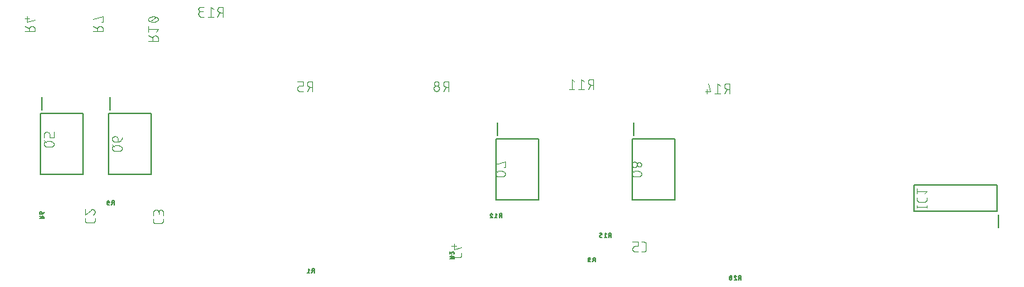
<source format=gbr>
G04 EAGLE Gerber RS-274X export*
G75*
%MOMM*%
%FSLAX34Y34*%
%LPD*%
%INSilkscreen Bottom*%
%IPPOS*%
%AMOC8*
5,1,8,0,0,1.08239X$1,22.5*%
G01*
%ADD10C,0.101600*%
%ADD11C,0.200000*%
%ADD12C,0.127000*%


D10*
X195580Y170801D02*
X195580Y168204D01*
X195582Y168105D01*
X195588Y168005D01*
X195597Y167906D01*
X195610Y167808D01*
X195627Y167710D01*
X195648Y167612D01*
X195673Y167516D01*
X195701Y167421D01*
X195733Y167327D01*
X195768Y167234D01*
X195807Y167142D01*
X195850Y167052D01*
X195895Y166964D01*
X195945Y166877D01*
X195997Y166793D01*
X196053Y166710D01*
X196111Y166630D01*
X196173Y166552D01*
X196238Y166477D01*
X196306Y166404D01*
X196376Y166334D01*
X196449Y166266D01*
X196524Y166201D01*
X196602Y166139D01*
X196682Y166081D01*
X196765Y166025D01*
X196849Y165973D01*
X196936Y165923D01*
X197024Y165878D01*
X197114Y165835D01*
X197206Y165796D01*
X197299Y165761D01*
X197393Y165729D01*
X197488Y165701D01*
X197584Y165676D01*
X197682Y165655D01*
X197780Y165638D01*
X197878Y165625D01*
X197977Y165616D01*
X198077Y165610D01*
X198176Y165608D01*
X204668Y165608D01*
X204767Y165610D01*
X204867Y165616D01*
X204966Y165625D01*
X205064Y165638D01*
X205162Y165655D01*
X205260Y165676D01*
X205356Y165701D01*
X205451Y165729D01*
X205545Y165761D01*
X205638Y165796D01*
X205730Y165835D01*
X205820Y165878D01*
X205908Y165923D01*
X205995Y165973D01*
X206079Y166025D01*
X206162Y166081D01*
X206242Y166139D01*
X206320Y166201D01*
X206395Y166266D01*
X206468Y166334D01*
X206538Y166404D01*
X206606Y166477D01*
X206671Y166552D01*
X206733Y166630D01*
X206791Y166710D01*
X206847Y166793D01*
X206899Y166877D01*
X206949Y166964D01*
X206994Y167052D01*
X207037Y167142D01*
X207076Y167234D01*
X207111Y167326D01*
X207143Y167421D01*
X207171Y167516D01*
X207196Y167612D01*
X207217Y167710D01*
X207234Y167808D01*
X207247Y167906D01*
X207256Y168005D01*
X207262Y168105D01*
X207264Y168204D01*
X207264Y170801D01*
X207264Y178736D02*
X207262Y178843D01*
X207256Y178949D01*
X207246Y179055D01*
X207233Y179161D01*
X207215Y179267D01*
X207194Y179371D01*
X207169Y179475D01*
X207140Y179578D01*
X207108Y179679D01*
X207071Y179779D01*
X207031Y179878D01*
X206988Y179976D01*
X206941Y180072D01*
X206890Y180166D01*
X206836Y180258D01*
X206779Y180348D01*
X206719Y180436D01*
X206655Y180521D01*
X206588Y180604D01*
X206518Y180685D01*
X206446Y180763D01*
X206370Y180839D01*
X206292Y180911D01*
X206211Y180981D01*
X206128Y181048D01*
X206043Y181112D01*
X205955Y181172D01*
X205865Y181229D01*
X205773Y181283D01*
X205679Y181334D01*
X205583Y181381D01*
X205485Y181424D01*
X205386Y181464D01*
X205286Y181501D01*
X205185Y181533D01*
X205082Y181562D01*
X204978Y181587D01*
X204874Y181608D01*
X204768Y181626D01*
X204662Y181639D01*
X204556Y181649D01*
X204450Y181655D01*
X204343Y181657D01*
X207264Y178736D02*
X207262Y178615D01*
X207256Y178494D01*
X207246Y178374D01*
X207233Y178253D01*
X207215Y178134D01*
X207194Y178014D01*
X207169Y177896D01*
X207140Y177779D01*
X207107Y177662D01*
X207071Y177547D01*
X207030Y177433D01*
X206987Y177320D01*
X206939Y177208D01*
X206888Y177099D01*
X206833Y176991D01*
X206775Y176884D01*
X206714Y176780D01*
X206649Y176678D01*
X206581Y176578D01*
X206510Y176480D01*
X206436Y176384D01*
X206359Y176291D01*
X206278Y176201D01*
X206195Y176113D01*
X206109Y176028D01*
X206020Y175945D01*
X205929Y175866D01*
X205835Y175789D01*
X205739Y175716D01*
X205641Y175646D01*
X205540Y175579D01*
X205437Y175515D01*
X205332Y175455D01*
X205225Y175398D01*
X205117Y175344D01*
X205007Y175294D01*
X204895Y175248D01*
X204782Y175205D01*
X204667Y175166D01*
X202071Y180684D02*
X202148Y180763D01*
X202229Y180839D01*
X202312Y180912D01*
X202397Y180982D01*
X202485Y181049D01*
X202575Y181113D01*
X202667Y181173D01*
X202762Y181230D01*
X202858Y181284D01*
X202956Y181335D01*
X203056Y181382D01*
X203158Y181426D01*
X203261Y181466D01*
X203365Y181502D01*
X203471Y181534D01*
X203577Y181563D01*
X203685Y181588D01*
X203793Y181610D01*
X203903Y181627D01*
X204012Y181641D01*
X204122Y181650D01*
X204233Y181656D01*
X204343Y181658D01*
X202071Y180684D02*
X195580Y175166D01*
X195580Y181657D01*
X276860Y170293D02*
X276860Y167696D01*
X276862Y167597D01*
X276868Y167497D01*
X276877Y167398D01*
X276890Y167300D01*
X276907Y167202D01*
X276928Y167104D01*
X276953Y167008D01*
X276981Y166913D01*
X277013Y166819D01*
X277048Y166726D01*
X277087Y166634D01*
X277130Y166544D01*
X277175Y166456D01*
X277225Y166369D01*
X277277Y166285D01*
X277333Y166202D01*
X277391Y166122D01*
X277453Y166044D01*
X277518Y165969D01*
X277586Y165896D01*
X277656Y165826D01*
X277729Y165758D01*
X277804Y165693D01*
X277882Y165631D01*
X277962Y165573D01*
X278045Y165517D01*
X278129Y165465D01*
X278216Y165415D01*
X278304Y165370D01*
X278394Y165327D01*
X278486Y165288D01*
X278579Y165253D01*
X278673Y165221D01*
X278768Y165193D01*
X278864Y165168D01*
X278962Y165147D01*
X279060Y165130D01*
X279158Y165117D01*
X279257Y165108D01*
X279357Y165102D01*
X279456Y165100D01*
X285948Y165100D01*
X286047Y165102D01*
X286147Y165108D01*
X286246Y165117D01*
X286344Y165130D01*
X286442Y165147D01*
X286540Y165168D01*
X286636Y165193D01*
X286731Y165221D01*
X286825Y165253D01*
X286918Y165288D01*
X287010Y165327D01*
X287100Y165370D01*
X287188Y165415D01*
X287275Y165465D01*
X287359Y165517D01*
X287442Y165573D01*
X287522Y165631D01*
X287600Y165693D01*
X287675Y165758D01*
X287748Y165826D01*
X287818Y165896D01*
X287886Y165969D01*
X287951Y166044D01*
X288013Y166122D01*
X288071Y166202D01*
X288127Y166285D01*
X288179Y166369D01*
X288229Y166456D01*
X288274Y166544D01*
X288317Y166634D01*
X288356Y166726D01*
X288391Y166818D01*
X288423Y166913D01*
X288451Y167008D01*
X288476Y167104D01*
X288497Y167202D01*
X288514Y167300D01*
X288527Y167398D01*
X288536Y167497D01*
X288542Y167597D01*
X288544Y167696D01*
X288544Y170293D01*
X276860Y174658D02*
X276860Y177904D01*
X276862Y178017D01*
X276868Y178130D01*
X276878Y178243D01*
X276892Y178356D01*
X276909Y178468D01*
X276931Y178579D01*
X276956Y178689D01*
X276986Y178799D01*
X277019Y178907D01*
X277056Y179014D01*
X277096Y179120D01*
X277141Y179224D01*
X277189Y179327D01*
X277240Y179428D01*
X277295Y179527D01*
X277353Y179624D01*
X277415Y179719D01*
X277480Y179812D01*
X277548Y179902D01*
X277619Y179990D01*
X277694Y180076D01*
X277771Y180159D01*
X277851Y180239D01*
X277934Y180316D01*
X278020Y180391D01*
X278108Y180462D01*
X278198Y180530D01*
X278291Y180595D01*
X278386Y180657D01*
X278483Y180715D01*
X278582Y180770D01*
X278683Y180821D01*
X278786Y180869D01*
X278890Y180914D01*
X278996Y180954D01*
X279103Y180991D01*
X279211Y181024D01*
X279321Y181054D01*
X279431Y181079D01*
X279542Y181101D01*
X279654Y181118D01*
X279767Y181132D01*
X279880Y181142D01*
X279993Y181148D01*
X280106Y181150D01*
X280219Y181148D01*
X280332Y181142D01*
X280445Y181132D01*
X280558Y181118D01*
X280670Y181101D01*
X280781Y181079D01*
X280891Y181054D01*
X281001Y181024D01*
X281109Y180991D01*
X281216Y180954D01*
X281322Y180914D01*
X281426Y180869D01*
X281529Y180821D01*
X281630Y180770D01*
X281729Y180715D01*
X281826Y180657D01*
X281921Y180595D01*
X282014Y180530D01*
X282104Y180462D01*
X282192Y180391D01*
X282278Y180316D01*
X282361Y180239D01*
X282441Y180159D01*
X282518Y180076D01*
X282593Y179990D01*
X282664Y179902D01*
X282732Y179812D01*
X282797Y179719D01*
X282859Y179624D01*
X282917Y179527D01*
X282972Y179428D01*
X283023Y179327D01*
X283071Y179224D01*
X283116Y179120D01*
X283156Y179014D01*
X283193Y178907D01*
X283226Y178799D01*
X283256Y178689D01*
X283281Y178579D01*
X283303Y178468D01*
X283320Y178356D01*
X283334Y178243D01*
X283344Y178130D01*
X283350Y178017D01*
X283352Y177904D01*
X288544Y178553D02*
X288544Y174658D01*
X288544Y178553D02*
X288542Y178654D01*
X288536Y178754D01*
X288526Y178854D01*
X288513Y178954D01*
X288495Y179053D01*
X288474Y179152D01*
X288449Y179249D01*
X288420Y179346D01*
X288387Y179441D01*
X288351Y179535D01*
X288311Y179627D01*
X288268Y179718D01*
X288221Y179807D01*
X288171Y179894D01*
X288117Y179980D01*
X288060Y180063D01*
X288000Y180143D01*
X287937Y180222D01*
X287870Y180298D01*
X287801Y180371D01*
X287729Y180441D01*
X287655Y180509D01*
X287578Y180574D01*
X287498Y180635D01*
X287416Y180694D01*
X287332Y180749D01*
X287246Y180801D01*
X287158Y180850D01*
X287068Y180895D01*
X286976Y180937D01*
X286883Y180975D01*
X286788Y181009D01*
X286693Y181040D01*
X286596Y181067D01*
X286498Y181090D01*
X286399Y181110D01*
X286299Y181125D01*
X286199Y181137D01*
X286099Y181145D01*
X285998Y181149D01*
X285898Y181149D01*
X285797Y181145D01*
X285697Y181137D01*
X285597Y181125D01*
X285497Y181110D01*
X285398Y181090D01*
X285300Y181067D01*
X285203Y181040D01*
X285108Y181009D01*
X285013Y180975D01*
X284920Y180937D01*
X284828Y180895D01*
X284738Y180850D01*
X284650Y180801D01*
X284564Y180749D01*
X284480Y180694D01*
X284398Y180635D01*
X284318Y180574D01*
X284241Y180509D01*
X284167Y180441D01*
X284095Y180371D01*
X284026Y180298D01*
X283959Y180222D01*
X283896Y180143D01*
X283836Y180063D01*
X283779Y179980D01*
X283725Y179894D01*
X283675Y179807D01*
X283628Y179718D01*
X283585Y179627D01*
X283545Y179535D01*
X283509Y179441D01*
X283476Y179346D01*
X283447Y179249D01*
X283422Y179152D01*
X283401Y179053D01*
X283383Y178954D01*
X283370Y178854D01*
X283360Y178754D01*
X283354Y178654D01*
X283352Y178553D01*
X283351Y178553D02*
X283351Y175956D01*
X632968Y129352D02*
X632968Y126755D01*
X632970Y126656D01*
X632976Y126556D01*
X632985Y126457D01*
X632998Y126359D01*
X633015Y126261D01*
X633036Y126163D01*
X633061Y126067D01*
X633089Y125972D01*
X633121Y125878D01*
X633156Y125785D01*
X633195Y125693D01*
X633238Y125603D01*
X633283Y125515D01*
X633333Y125428D01*
X633385Y125344D01*
X633441Y125261D01*
X633499Y125181D01*
X633561Y125103D01*
X633626Y125028D01*
X633694Y124955D01*
X633764Y124885D01*
X633837Y124817D01*
X633912Y124752D01*
X633990Y124690D01*
X634070Y124632D01*
X634153Y124576D01*
X634237Y124524D01*
X634324Y124474D01*
X634412Y124429D01*
X634502Y124386D01*
X634594Y124347D01*
X634687Y124312D01*
X634781Y124280D01*
X634876Y124252D01*
X634972Y124227D01*
X635070Y124206D01*
X635168Y124189D01*
X635266Y124176D01*
X635365Y124167D01*
X635465Y124161D01*
X635564Y124159D01*
X642056Y124159D01*
X642155Y124161D01*
X642255Y124167D01*
X642354Y124176D01*
X642452Y124189D01*
X642550Y124206D01*
X642648Y124227D01*
X642744Y124252D01*
X642839Y124280D01*
X642933Y124312D01*
X643026Y124347D01*
X643118Y124386D01*
X643208Y124429D01*
X643296Y124474D01*
X643383Y124524D01*
X643467Y124576D01*
X643550Y124632D01*
X643630Y124690D01*
X643708Y124752D01*
X643783Y124817D01*
X643856Y124885D01*
X643926Y124955D01*
X643994Y125028D01*
X644059Y125103D01*
X644121Y125181D01*
X644179Y125261D01*
X644235Y125344D01*
X644287Y125428D01*
X644337Y125515D01*
X644382Y125603D01*
X644425Y125693D01*
X644464Y125785D01*
X644499Y125877D01*
X644531Y125972D01*
X644559Y126067D01*
X644584Y126163D01*
X644605Y126261D01*
X644622Y126359D01*
X644635Y126457D01*
X644644Y126556D01*
X644650Y126656D01*
X644652Y126755D01*
X644652Y129352D01*
X644652Y136313D02*
X635564Y133717D01*
X635564Y140208D01*
X638161Y138261D02*
X632968Y138261D01*
X859724Y131064D02*
X862321Y131064D01*
X862420Y131066D01*
X862520Y131072D01*
X862619Y131081D01*
X862717Y131094D01*
X862815Y131111D01*
X862913Y131132D01*
X863009Y131157D01*
X863104Y131185D01*
X863198Y131217D01*
X863291Y131252D01*
X863383Y131291D01*
X863473Y131334D01*
X863561Y131379D01*
X863648Y131429D01*
X863732Y131481D01*
X863815Y131537D01*
X863895Y131595D01*
X863973Y131657D01*
X864048Y131722D01*
X864121Y131790D01*
X864191Y131860D01*
X864259Y131933D01*
X864324Y132008D01*
X864386Y132086D01*
X864444Y132166D01*
X864500Y132249D01*
X864552Y132333D01*
X864602Y132420D01*
X864647Y132508D01*
X864690Y132598D01*
X864729Y132690D01*
X864764Y132783D01*
X864796Y132877D01*
X864824Y132972D01*
X864849Y133068D01*
X864870Y133166D01*
X864887Y133264D01*
X864900Y133362D01*
X864909Y133461D01*
X864915Y133561D01*
X864917Y133660D01*
X864917Y140152D01*
X864915Y140251D01*
X864909Y140351D01*
X864900Y140450D01*
X864887Y140548D01*
X864870Y140646D01*
X864849Y140744D01*
X864824Y140840D01*
X864796Y140935D01*
X864764Y141029D01*
X864729Y141122D01*
X864690Y141214D01*
X864647Y141304D01*
X864602Y141392D01*
X864552Y141479D01*
X864500Y141563D01*
X864444Y141646D01*
X864386Y141726D01*
X864324Y141804D01*
X864259Y141879D01*
X864191Y141952D01*
X864121Y142022D01*
X864048Y142090D01*
X863973Y142155D01*
X863895Y142217D01*
X863815Y142275D01*
X863732Y142331D01*
X863648Y142383D01*
X863561Y142433D01*
X863473Y142478D01*
X863383Y142521D01*
X863291Y142560D01*
X863198Y142595D01*
X863104Y142627D01*
X863009Y142655D01*
X862913Y142680D01*
X862815Y142701D01*
X862717Y142718D01*
X862619Y142731D01*
X862520Y142740D01*
X862420Y142746D01*
X862321Y142748D01*
X859724Y142748D01*
X855359Y131064D02*
X851464Y131064D01*
X851365Y131066D01*
X851265Y131072D01*
X851166Y131081D01*
X851068Y131094D01*
X850970Y131111D01*
X850872Y131132D01*
X850776Y131157D01*
X850681Y131185D01*
X850587Y131217D01*
X850494Y131252D01*
X850402Y131291D01*
X850312Y131334D01*
X850224Y131379D01*
X850137Y131429D01*
X850053Y131481D01*
X849970Y131537D01*
X849890Y131595D01*
X849812Y131657D01*
X849737Y131722D01*
X849664Y131790D01*
X849594Y131860D01*
X849526Y131933D01*
X849461Y132008D01*
X849399Y132086D01*
X849341Y132166D01*
X849285Y132249D01*
X849233Y132333D01*
X849183Y132420D01*
X849138Y132508D01*
X849095Y132598D01*
X849056Y132690D01*
X849021Y132783D01*
X848989Y132877D01*
X848961Y132972D01*
X848936Y133068D01*
X848915Y133166D01*
X848898Y133264D01*
X848885Y133362D01*
X848876Y133461D01*
X848870Y133561D01*
X848868Y133660D01*
X848868Y134959D01*
X848870Y135058D01*
X848876Y135158D01*
X848885Y135257D01*
X848898Y135355D01*
X848915Y135453D01*
X848936Y135551D01*
X848961Y135647D01*
X848989Y135742D01*
X849021Y135836D01*
X849056Y135929D01*
X849095Y136021D01*
X849138Y136111D01*
X849183Y136199D01*
X849233Y136286D01*
X849285Y136370D01*
X849341Y136453D01*
X849399Y136533D01*
X849461Y136611D01*
X849526Y136686D01*
X849594Y136759D01*
X849664Y136829D01*
X849737Y136897D01*
X849812Y136962D01*
X849890Y137024D01*
X849970Y137082D01*
X850053Y137138D01*
X850137Y137190D01*
X850224Y137240D01*
X850312Y137285D01*
X850402Y137328D01*
X850494Y137367D01*
X850587Y137402D01*
X850681Y137434D01*
X850776Y137462D01*
X850872Y137487D01*
X850970Y137508D01*
X851068Y137525D01*
X851166Y137538D01*
X851265Y137547D01*
X851365Y137553D01*
X851464Y137555D01*
X855359Y137555D01*
X855359Y142748D01*
X848868Y142748D01*
D11*
X142140Y223596D02*
X142140Y296596D01*
X142140Y223596D02*
X193140Y223596D01*
X193140Y296596D01*
X142140Y296596D01*
X144440Y300096D02*
X144440Y315596D01*
D10*
X149804Y256359D02*
X154996Y256359D01*
X154996Y256358D02*
X155109Y256360D01*
X155222Y256366D01*
X155335Y256376D01*
X155448Y256390D01*
X155560Y256407D01*
X155671Y256429D01*
X155781Y256454D01*
X155891Y256484D01*
X155999Y256517D01*
X156106Y256554D01*
X156212Y256594D01*
X156316Y256639D01*
X156419Y256687D01*
X156520Y256738D01*
X156619Y256793D01*
X156716Y256851D01*
X156811Y256913D01*
X156904Y256978D01*
X156994Y257046D01*
X157082Y257117D01*
X157168Y257192D01*
X157251Y257269D01*
X157331Y257349D01*
X157408Y257432D01*
X157483Y257518D01*
X157554Y257606D01*
X157622Y257696D01*
X157687Y257789D01*
X157749Y257884D01*
X157807Y257981D01*
X157862Y258080D01*
X157913Y258181D01*
X157961Y258284D01*
X158006Y258388D01*
X158046Y258494D01*
X158083Y258601D01*
X158116Y258709D01*
X158146Y258819D01*
X158171Y258929D01*
X158193Y259040D01*
X158210Y259152D01*
X158224Y259265D01*
X158234Y259378D01*
X158240Y259491D01*
X158242Y259604D01*
X158240Y259717D01*
X158234Y259830D01*
X158224Y259943D01*
X158210Y260056D01*
X158193Y260168D01*
X158171Y260279D01*
X158146Y260389D01*
X158116Y260499D01*
X158083Y260607D01*
X158046Y260714D01*
X158006Y260820D01*
X157961Y260924D01*
X157913Y261027D01*
X157862Y261128D01*
X157807Y261227D01*
X157749Y261324D01*
X157687Y261419D01*
X157622Y261512D01*
X157554Y261602D01*
X157483Y261690D01*
X157408Y261776D01*
X157331Y261859D01*
X157251Y261939D01*
X157168Y262016D01*
X157082Y262091D01*
X156994Y262162D01*
X156904Y262230D01*
X156811Y262295D01*
X156716Y262357D01*
X156619Y262415D01*
X156520Y262470D01*
X156419Y262521D01*
X156316Y262569D01*
X156212Y262614D01*
X156106Y262654D01*
X155999Y262691D01*
X155891Y262724D01*
X155781Y262754D01*
X155671Y262779D01*
X155560Y262801D01*
X155448Y262818D01*
X155335Y262832D01*
X155222Y262842D01*
X155109Y262848D01*
X154996Y262850D01*
X149804Y262850D01*
X149691Y262848D01*
X149578Y262842D01*
X149465Y262832D01*
X149352Y262818D01*
X149240Y262801D01*
X149129Y262779D01*
X149019Y262754D01*
X148909Y262724D01*
X148801Y262691D01*
X148694Y262654D01*
X148588Y262614D01*
X148484Y262569D01*
X148381Y262521D01*
X148280Y262470D01*
X148181Y262415D01*
X148084Y262357D01*
X147989Y262295D01*
X147896Y262230D01*
X147806Y262162D01*
X147718Y262091D01*
X147632Y262016D01*
X147549Y261939D01*
X147469Y261859D01*
X147392Y261776D01*
X147317Y261690D01*
X147246Y261602D01*
X147178Y261512D01*
X147113Y261419D01*
X147051Y261324D01*
X146993Y261227D01*
X146938Y261128D01*
X146887Y261027D01*
X146839Y260924D01*
X146794Y260820D01*
X146754Y260714D01*
X146717Y260607D01*
X146684Y260499D01*
X146654Y260389D01*
X146629Y260279D01*
X146607Y260168D01*
X146590Y260056D01*
X146576Y259943D01*
X146566Y259830D01*
X146560Y259717D01*
X146558Y259604D01*
X146560Y259491D01*
X146566Y259378D01*
X146576Y259265D01*
X146590Y259152D01*
X146607Y259040D01*
X146629Y258929D01*
X146654Y258819D01*
X146684Y258709D01*
X146717Y258601D01*
X146754Y258494D01*
X146794Y258388D01*
X146839Y258284D01*
X146887Y258181D01*
X146938Y258080D01*
X146993Y257981D01*
X147051Y257884D01*
X147113Y257789D01*
X147178Y257696D01*
X147246Y257606D01*
X147317Y257518D01*
X147392Y257432D01*
X147469Y257349D01*
X147549Y257269D01*
X147632Y257192D01*
X147718Y257117D01*
X147806Y257046D01*
X147896Y256978D01*
X147989Y256913D01*
X148084Y256851D01*
X148181Y256793D01*
X148280Y256738D01*
X148381Y256687D01*
X148484Y256639D01*
X148588Y256594D01*
X148694Y256554D01*
X148801Y256517D01*
X148909Y256484D01*
X149019Y256454D01*
X149129Y256429D01*
X149240Y256407D01*
X149352Y256390D01*
X149465Y256376D01*
X149578Y256366D01*
X149691Y256360D01*
X149804Y256358D01*
X149154Y261551D02*
X146558Y264148D01*
X146558Y267502D02*
X146558Y271397D01*
X146560Y271496D01*
X146566Y271596D01*
X146575Y271695D01*
X146588Y271793D01*
X146605Y271891D01*
X146626Y271989D01*
X146651Y272085D01*
X146679Y272180D01*
X146711Y272274D01*
X146746Y272367D01*
X146785Y272459D01*
X146828Y272549D01*
X146873Y272637D01*
X146923Y272724D01*
X146975Y272808D01*
X147031Y272891D01*
X147089Y272971D01*
X147151Y273049D01*
X147216Y273124D01*
X147284Y273197D01*
X147354Y273267D01*
X147427Y273335D01*
X147502Y273400D01*
X147580Y273462D01*
X147660Y273520D01*
X147743Y273576D01*
X147827Y273628D01*
X147914Y273678D01*
X148002Y273723D01*
X148092Y273766D01*
X148184Y273805D01*
X148277Y273840D01*
X148371Y273872D01*
X148466Y273900D01*
X148562Y273925D01*
X148660Y273946D01*
X148758Y273963D01*
X148856Y273976D01*
X148955Y273985D01*
X149055Y273991D01*
X149154Y273993D01*
X150453Y273993D01*
X150552Y273991D01*
X150652Y273985D01*
X150751Y273976D01*
X150849Y273963D01*
X150947Y273946D01*
X151045Y273925D01*
X151141Y273900D01*
X151236Y273872D01*
X151330Y273840D01*
X151423Y273805D01*
X151515Y273766D01*
X151605Y273723D01*
X151693Y273678D01*
X151780Y273628D01*
X151864Y273576D01*
X151947Y273520D01*
X152027Y273462D01*
X152105Y273400D01*
X152180Y273335D01*
X152253Y273267D01*
X152323Y273197D01*
X152391Y273124D01*
X152456Y273049D01*
X152518Y272971D01*
X152576Y272891D01*
X152632Y272808D01*
X152684Y272724D01*
X152734Y272637D01*
X152779Y272549D01*
X152822Y272459D01*
X152861Y272367D01*
X152896Y272274D01*
X152928Y272180D01*
X152956Y272085D01*
X152981Y271989D01*
X153002Y271891D01*
X153019Y271793D01*
X153032Y271695D01*
X153041Y271596D01*
X153047Y271496D01*
X153049Y271397D01*
X153049Y267502D01*
X158242Y267502D01*
X158242Y273993D01*
D11*
X223420Y296596D02*
X223420Y223596D01*
X274420Y223596D01*
X274420Y296596D01*
X223420Y296596D01*
X225720Y300096D02*
X225720Y315596D01*
D10*
X231084Y251279D02*
X236276Y251279D01*
X236276Y251278D02*
X236389Y251280D01*
X236502Y251286D01*
X236615Y251296D01*
X236728Y251310D01*
X236840Y251327D01*
X236951Y251349D01*
X237061Y251374D01*
X237171Y251404D01*
X237279Y251437D01*
X237386Y251474D01*
X237492Y251514D01*
X237596Y251559D01*
X237699Y251607D01*
X237800Y251658D01*
X237899Y251713D01*
X237996Y251771D01*
X238091Y251833D01*
X238184Y251898D01*
X238274Y251966D01*
X238362Y252037D01*
X238448Y252112D01*
X238531Y252189D01*
X238611Y252269D01*
X238688Y252352D01*
X238763Y252438D01*
X238834Y252526D01*
X238902Y252616D01*
X238967Y252709D01*
X239029Y252804D01*
X239087Y252901D01*
X239142Y253000D01*
X239193Y253101D01*
X239241Y253204D01*
X239286Y253308D01*
X239326Y253414D01*
X239363Y253521D01*
X239396Y253629D01*
X239426Y253739D01*
X239451Y253849D01*
X239473Y253960D01*
X239490Y254072D01*
X239504Y254185D01*
X239514Y254298D01*
X239520Y254411D01*
X239522Y254524D01*
X239520Y254637D01*
X239514Y254750D01*
X239504Y254863D01*
X239490Y254976D01*
X239473Y255088D01*
X239451Y255199D01*
X239426Y255309D01*
X239396Y255419D01*
X239363Y255527D01*
X239326Y255634D01*
X239286Y255740D01*
X239241Y255844D01*
X239193Y255947D01*
X239142Y256048D01*
X239087Y256147D01*
X239029Y256244D01*
X238967Y256339D01*
X238902Y256432D01*
X238834Y256522D01*
X238763Y256610D01*
X238688Y256696D01*
X238611Y256779D01*
X238531Y256859D01*
X238448Y256936D01*
X238362Y257011D01*
X238274Y257082D01*
X238184Y257150D01*
X238091Y257215D01*
X237996Y257277D01*
X237899Y257335D01*
X237800Y257390D01*
X237699Y257441D01*
X237596Y257489D01*
X237492Y257534D01*
X237386Y257574D01*
X237279Y257611D01*
X237171Y257644D01*
X237061Y257674D01*
X236951Y257699D01*
X236840Y257721D01*
X236728Y257738D01*
X236615Y257752D01*
X236502Y257762D01*
X236389Y257768D01*
X236276Y257770D01*
X231084Y257770D01*
X230971Y257768D01*
X230858Y257762D01*
X230745Y257752D01*
X230632Y257738D01*
X230520Y257721D01*
X230409Y257699D01*
X230299Y257674D01*
X230189Y257644D01*
X230081Y257611D01*
X229974Y257574D01*
X229868Y257534D01*
X229764Y257489D01*
X229661Y257441D01*
X229560Y257390D01*
X229461Y257335D01*
X229364Y257277D01*
X229269Y257215D01*
X229176Y257150D01*
X229086Y257082D01*
X228998Y257011D01*
X228912Y256936D01*
X228829Y256859D01*
X228749Y256779D01*
X228672Y256696D01*
X228597Y256610D01*
X228526Y256522D01*
X228458Y256432D01*
X228393Y256339D01*
X228331Y256244D01*
X228273Y256147D01*
X228218Y256048D01*
X228167Y255947D01*
X228119Y255844D01*
X228074Y255740D01*
X228034Y255634D01*
X227997Y255527D01*
X227964Y255419D01*
X227934Y255309D01*
X227909Y255199D01*
X227887Y255088D01*
X227870Y254976D01*
X227856Y254863D01*
X227846Y254750D01*
X227840Y254637D01*
X227838Y254524D01*
X227840Y254411D01*
X227846Y254298D01*
X227856Y254185D01*
X227870Y254072D01*
X227887Y253960D01*
X227909Y253849D01*
X227934Y253739D01*
X227964Y253629D01*
X227997Y253521D01*
X228034Y253414D01*
X228074Y253308D01*
X228119Y253204D01*
X228167Y253101D01*
X228218Y253000D01*
X228273Y252901D01*
X228331Y252804D01*
X228393Y252709D01*
X228458Y252616D01*
X228526Y252526D01*
X228597Y252438D01*
X228672Y252352D01*
X228749Y252269D01*
X228829Y252189D01*
X228912Y252112D01*
X228998Y252037D01*
X229086Y251966D01*
X229176Y251898D01*
X229269Y251833D01*
X229364Y251771D01*
X229461Y251713D01*
X229560Y251658D01*
X229661Y251607D01*
X229764Y251559D01*
X229868Y251514D01*
X229974Y251474D01*
X230081Y251437D01*
X230189Y251404D01*
X230299Y251374D01*
X230409Y251349D01*
X230520Y251327D01*
X230632Y251310D01*
X230745Y251296D01*
X230858Y251286D01*
X230971Y251280D01*
X231084Y251278D01*
X230434Y256471D02*
X227838Y259068D01*
X234329Y262422D02*
X234329Y266317D01*
X234327Y266416D01*
X234321Y266516D01*
X234312Y266615D01*
X234299Y266713D01*
X234282Y266811D01*
X234261Y266909D01*
X234236Y267005D01*
X234208Y267100D01*
X234176Y267194D01*
X234141Y267287D01*
X234102Y267379D01*
X234059Y267469D01*
X234014Y267557D01*
X233964Y267644D01*
X233912Y267728D01*
X233856Y267811D01*
X233798Y267891D01*
X233736Y267969D01*
X233671Y268044D01*
X233603Y268117D01*
X233533Y268187D01*
X233460Y268255D01*
X233385Y268320D01*
X233307Y268382D01*
X233227Y268440D01*
X233144Y268496D01*
X233060Y268548D01*
X232973Y268598D01*
X232885Y268643D01*
X232795Y268686D01*
X232703Y268725D01*
X232610Y268760D01*
X232516Y268792D01*
X232421Y268820D01*
X232325Y268845D01*
X232227Y268866D01*
X232129Y268883D01*
X232031Y268896D01*
X231932Y268905D01*
X231832Y268911D01*
X231733Y268913D01*
X231084Y268913D01*
X231084Y268914D02*
X230971Y268912D01*
X230858Y268906D01*
X230745Y268896D01*
X230632Y268882D01*
X230520Y268865D01*
X230409Y268843D01*
X230299Y268818D01*
X230189Y268788D01*
X230081Y268755D01*
X229974Y268718D01*
X229868Y268678D01*
X229764Y268633D01*
X229661Y268585D01*
X229560Y268534D01*
X229461Y268479D01*
X229364Y268421D01*
X229269Y268359D01*
X229176Y268294D01*
X229086Y268226D01*
X228998Y268155D01*
X228912Y268080D01*
X228829Y268003D01*
X228749Y267923D01*
X228672Y267840D01*
X228597Y267754D01*
X228526Y267666D01*
X228458Y267576D01*
X228393Y267483D01*
X228331Y267388D01*
X228273Y267291D01*
X228218Y267192D01*
X228167Y267091D01*
X228119Y266988D01*
X228074Y266884D01*
X228034Y266778D01*
X227997Y266671D01*
X227964Y266563D01*
X227934Y266453D01*
X227909Y266343D01*
X227887Y266232D01*
X227870Y266120D01*
X227856Y266007D01*
X227846Y265894D01*
X227840Y265781D01*
X227838Y265668D01*
X227840Y265555D01*
X227846Y265442D01*
X227856Y265329D01*
X227870Y265216D01*
X227887Y265104D01*
X227909Y264993D01*
X227934Y264883D01*
X227964Y264773D01*
X227997Y264665D01*
X228034Y264558D01*
X228074Y264452D01*
X228119Y264348D01*
X228167Y264245D01*
X228218Y264144D01*
X228273Y264045D01*
X228331Y263948D01*
X228393Y263853D01*
X228458Y263760D01*
X228526Y263670D01*
X228597Y263582D01*
X228672Y263496D01*
X228749Y263413D01*
X228829Y263333D01*
X228912Y263256D01*
X228998Y263181D01*
X229086Y263110D01*
X229176Y263042D01*
X229269Y262977D01*
X229364Y262915D01*
X229461Y262857D01*
X229560Y262802D01*
X229661Y262751D01*
X229764Y262703D01*
X229868Y262658D01*
X229974Y262618D01*
X230081Y262581D01*
X230189Y262548D01*
X230299Y262518D01*
X230409Y262493D01*
X230520Y262471D01*
X230632Y262454D01*
X230745Y262440D01*
X230858Y262430D01*
X230971Y262424D01*
X231084Y262422D01*
X234329Y262422D01*
X234472Y262424D01*
X234615Y262430D01*
X234758Y262440D01*
X234900Y262454D01*
X235042Y262471D01*
X235184Y262493D01*
X235325Y262518D01*
X235465Y262548D01*
X235604Y262581D01*
X235742Y262618D01*
X235879Y262659D01*
X236015Y262703D01*
X236150Y262752D01*
X236283Y262804D01*
X236415Y262859D01*
X236545Y262919D01*
X236674Y262982D01*
X236801Y263048D01*
X236925Y263118D01*
X237048Y263191D01*
X237169Y263268D01*
X237288Y263348D01*
X237404Y263431D01*
X237519Y263517D01*
X237630Y263606D01*
X237740Y263699D01*
X237846Y263794D01*
X237950Y263893D01*
X238051Y263994D01*
X238150Y264098D01*
X238245Y264204D01*
X238338Y264314D01*
X238427Y264425D01*
X238513Y264540D01*
X238596Y264656D01*
X238676Y264775D01*
X238753Y264896D01*
X238826Y265018D01*
X238896Y265143D01*
X238962Y265270D01*
X239025Y265399D01*
X239085Y265529D01*
X239140Y265661D01*
X239192Y265794D01*
X239241Y265929D01*
X239285Y266065D01*
X239326Y266202D01*
X239363Y266340D01*
X239396Y266479D01*
X239426Y266619D01*
X239451Y266760D01*
X239473Y266902D01*
X239490Y267044D01*
X239504Y267186D01*
X239514Y267329D01*
X239520Y267472D01*
X239522Y267615D01*
D11*
X685700Y266116D02*
X685700Y193116D01*
X736700Y193116D01*
X736700Y266116D01*
X685700Y266116D01*
X688000Y269616D02*
X688000Y285116D01*
D10*
X688284Y220799D02*
X693476Y220799D01*
X693476Y220798D02*
X693589Y220800D01*
X693702Y220806D01*
X693815Y220816D01*
X693928Y220830D01*
X694040Y220847D01*
X694151Y220869D01*
X694261Y220894D01*
X694371Y220924D01*
X694479Y220957D01*
X694586Y220994D01*
X694692Y221034D01*
X694796Y221079D01*
X694899Y221127D01*
X695000Y221178D01*
X695099Y221233D01*
X695196Y221291D01*
X695291Y221353D01*
X695384Y221418D01*
X695474Y221486D01*
X695562Y221557D01*
X695648Y221632D01*
X695731Y221709D01*
X695811Y221789D01*
X695888Y221872D01*
X695963Y221958D01*
X696034Y222046D01*
X696102Y222136D01*
X696167Y222229D01*
X696229Y222324D01*
X696287Y222421D01*
X696342Y222520D01*
X696393Y222621D01*
X696441Y222724D01*
X696486Y222828D01*
X696526Y222934D01*
X696563Y223041D01*
X696596Y223149D01*
X696626Y223259D01*
X696651Y223369D01*
X696673Y223480D01*
X696690Y223592D01*
X696704Y223705D01*
X696714Y223818D01*
X696720Y223931D01*
X696722Y224044D01*
X696720Y224157D01*
X696714Y224270D01*
X696704Y224383D01*
X696690Y224496D01*
X696673Y224608D01*
X696651Y224719D01*
X696626Y224829D01*
X696596Y224939D01*
X696563Y225047D01*
X696526Y225154D01*
X696486Y225260D01*
X696441Y225364D01*
X696393Y225467D01*
X696342Y225568D01*
X696287Y225667D01*
X696229Y225764D01*
X696167Y225859D01*
X696102Y225952D01*
X696034Y226042D01*
X695963Y226130D01*
X695888Y226216D01*
X695811Y226299D01*
X695731Y226379D01*
X695648Y226456D01*
X695562Y226531D01*
X695474Y226602D01*
X695384Y226670D01*
X695291Y226735D01*
X695196Y226797D01*
X695099Y226855D01*
X695000Y226910D01*
X694899Y226961D01*
X694796Y227009D01*
X694692Y227054D01*
X694586Y227094D01*
X694479Y227131D01*
X694371Y227164D01*
X694261Y227194D01*
X694151Y227219D01*
X694040Y227241D01*
X693928Y227258D01*
X693815Y227272D01*
X693702Y227282D01*
X693589Y227288D01*
X693476Y227290D01*
X688284Y227290D01*
X688171Y227288D01*
X688058Y227282D01*
X687945Y227272D01*
X687832Y227258D01*
X687720Y227241D01*
X687609Y227219D01*
X687499Y227194D01*
X687389Y227164D01*
X687281Y227131D01*
X687174Y227094D01*
X687068Y227054D01*
X686964Y227009D01*
X686861Y226961D01*
X686760Y226910D01*
X686661Y226855D01*
X686564Y226797D01*
X686469Y226735D01*
X686376Y226670D01*
X686286Y226602D01*
X686198Y226531D01*
X686112Y226456D01*
X686029Y226379D01*
X685949Y226299D01*
X685872Y226216D01*
X685797Y226130D01*
X685726Y226042D01*
X685658Y225952D01*
X685593Y225859D01*
X685531Y225764D01*
X685473Y225667D01*
X685418Y225568D01*
X685367Y225467D01*
X685319Y225364D01*
X685274Y225260D01*
X685234Y225154D01*
X685197Y225047D01*
X685164Y224939D01*
X685134Y224829D01*
X685109Y224719D01*
X685087Y224608D01*
X685070Y224496D01*
X685056Y224383D01*
X685046Y224270D01*
X685040Y224157D01*
X685038Y224044D01*
X685040Y223931D01*
X685046Y223818D01*
X685056Y223705D01*
X685070Y223592D01*
X685087Y223480D01*
X685109Y223369D01*
X685134Y223259D01*
X685164Y223149D01*
X685197Y223041D01*
X685234Y222934D01*
X685274Y222828D01*
X685319Y222724D01*
X685367Y222621D01*
X685418Y222520D01*
X685473Y222421D01*
X685531Y222324D01*
X685593Y222229D01*
X685658Y222136D01*
X685726Y222046D01*
X685797Y221958D01*
X685872Y221872D01*
X685949Y221789D01*
X686029Y221709D01*
X686112Y221632D01*
X686198Y221557D01*
X686286Y221486D01*
X686376Y221418D01*
X686469Y221353D01*
X686564Y221291D01*
X686661Y221233D01*
X686760Y221178D01*
X686861Y221127D01*
X686964Y221079D01*
X687068Y221034D01*
X687174Y220994D01*
X687281Y220957D01*
X687389Y220924D01*
X687499Y220894D01*
X687609Y220869D01*
X687720Y220847D01*
X687832Y220830D01*
X687945Y220816D01*
X688058Y220806D01*
X688171Y220800D01*
X688284Y220798D01*
X687634Y225991D02*
X685038Y228588D01*
X695424Y231942D02*
X696722Y231942D01*
X696722Y238433D01*
X685038Y235188D01*
D11*
X848260Y266116D02*
X848260Y193116D01*
X899260Y193116D01*
X899260Y266116D01*
X848260Y266116D01*
X850560Y269616D02*
X850560Y285116D01*
D10*
X850844Y220799D02*
X856036Y220799D01*
X856036Y220798D02*
X856149Y220800D01*
X856262Y220806D01*
X856375Y220816D01*
X856488Y220830D01*
X856600Y220847D01*
X856711Y220869D01*
X856821Y220894D01*
X856931Y220924D01*
X857039Y220957D01*
X857146Y220994D01*
X857252Y221034D01*
X857356Y221079D01*
X857459Y221127D01*
X857560Y221178D01*
X857659Y221233D01*
X857756Y221291D01*
X857851Y221353D01*
X857944Y221418D01*
X858034Y221486D01*
X858122Y221557D01*
X858208Y221632D01*
X858291Y221709D01*
X858371Y221789D01*
X858448Y221872D01*
X858523Y221958D01*
X858594Y222046D01*
X858662Y222136D01*
X858727Y222229D01*
X858789Y222324D01*
X858847Y222421D01*
X858902Y222520D01*
X858953Y222621D01*
X859001Y222724D01*
X859046Y222828D01*
X859086Y222934D01*
X859123Y223041D01*
X859156Y223149D01*
X859186Y223259D01*
X859211Y223369D01*
X859233Y223480D01*
X859250Y223592D01*
X859264Y223705D01*
X859274Y223818D01*
X859280Y223931D01*
X859282Y224044D01*
X859280Y224157D01*
X859274Y224270D01*
X859264Y224383D01*
X859250Y224496D01*
X859233Y224608D01*
X859211Y224719D01*
X859186Y224829D01*
X859156Y224939D01*
X859123Y225047D01*
X859086Y225154D01*
X859046Y225260D01*
X859001Y225364D01*
X858953Y225467D01*
X858902Y225568D01*
X858847Y225667D01*
X858789Y225764D01*
X858727Y225859D01*
X858662Y225952D01*
X858594Y226042D01*
X858523Y226130D01*
X858448Y226216D01*
X858371Y226299D01*
X858291Y226379D01*
X858208Y226456D01*
X858122Y226531D01*
X858034Y226602D01*
X857944Y226670D01*
X857851Y226735D01*
X857756Y226797D01*
X857659Y226855D01*
X857560Y226910D01*
X857459Y226961D01*
X857356Y227009D01*
X857252Y227054D01*
X857146Y227094D01*
X857039Y227131D01*
X856931Y227164D01*
X856821Y227194D01*
X856711Y227219D01*
X856600Y227241D01*
X856488Y227258D01*
X856375Y227272D01*
X856262Y227282D01*
X856149Y227288D01*
X856036Y227290D01*
X850844Y227290D01*
X850731Y227288D01*
X850618Y227282D01*
X850505Y227272D01*
X850392Y227258D01*
X850280Y227241D01*
X850169Y227219D01*
X850059Y227194D01*
X849949Y227164D01*
X849841Y227131D01*
X849734Y227094D01*
X849628Y227054D01*
X849524Y227009D01*
X849421Y226961D01*
X849320Y226910D01*
X849221Y226855D01*
X849124Y226797D01*
X849029Y226735D01*
X848936Y226670D01*
X848846Y226602D01*
X848758Y226531D01*
X848672Y226456D01*
X848589Y226379D01*
X848509Y226299D01*
X848432Y226216D01*
X848357Y226130D01*
X848286Y226042D01*
X848218Y225952D01*
X848153Y225859D01*
X848091Y225764D01*
X848033Y225667D01*
X847978Y225568D01*
X847927Y225467D01*
X847879Y225364D01*
X847834Y225260D01*
X847794Y225154D01*
X847757Y225047D01*
X847724Y224939D01*
X847694Y224829D01*
X847669Y224719D01*
X847647Y224608D01*
X847630Y224496D01*
X847616Y224383D01*
X847606Y224270D01*
X847600Y224157D01*
X847598Y224044D01*
X847600Y223931D01*
X847606Y223818D01*
X847616Y223705D01*
X847630Y223592D01*
X847647Y223480D01*
X847669Y223369D01*
X847694Y223259D01*
X847724Y223149D01*
X847757Y223041D01*
X847794Y222934D01*
X847834Y222828D01*
X847879Y222724D01*
X847927Y222621D01*
X847978Y222520D01*
X848033Y222421D01*
X848091Y222324D01*
X848153Y222229D01*
X848218Y222136D01*
X848286Y222046D01*
X848357Y221958D01*
X848432Y221872D01*
X848509Y221789D01*
X848589Y221709D01*
X848672Y221632D01*
X848758Y221557D01*
X848846Y221486D01*
X848936Y221418D01*
X849029Y221353D01*
X849124Y221291D01*
X849221Y221233D01*
X849320Y221178D01*
X849421Y221127D01*
X849524Y221079D01*
X849628Y221034D01*
X849734Y220994D01*
X849841Y220957D01*
X849949Y220924D01*
X850059Y220894D01*
X850169Y220869D01*
X850280Y220847D01*
X850392Y220830D01*
X850505Y220816D01*
X850618Y220806D01*
X850731Y220800D01*
X850844Y220798D01*
X850194Y225991D02*
X847598Y228588D01*
X850844Y231942D02*
X850957Y231944D01*
X851070Y231950D01*
X851183Y231960D01*
X851296Y231974D01*
X851408Y231991D01*
X851519Y232013D01*
X851629Y232038D01*
X851739Y232068D01*
X851847Y232101D01*
X851954Y232138D01*
X852060Y232178D01*
X852164Y232223D01*
X852267Y232271D01*
X852368Y232322D01*
X852467Y232377D01*
X852564Y232435D01*
X852659Y232497D01*
X852752Y232562D01*
X852842Y232630D01*
X852930Y232701D01*
X853016Y232776D01*
X853099Y232853D01*
X853179Y232933D01*
X853256Y233016D01*
X853331Y233102D01*
X853402Y233190D01*
X853470Y233280D01*
X853535Y233373D01*
X853597Y233468D01*
X853655Y233565D01*
X853710Y233664D01*
X853761Y233765D01*
X853809Y233868D01*
X853854Y233972D01*
X853894Y234078D01*
X853931Y234185D01*
X853964Y234293D01*
X853994Y234403D01*
X854019Y234513D01*
X854041Y234624D01*
X854058Y234736D01*
X854072Y234849D01*
X854082Y234962D01*
X854088Y235075D01*
X854090Y235188D01*
X854088Y235301D01*
X854082Y235414D01*
X854072Y235527D01*
X854058Y235640D01*
X854041Y235752D01*
X854019Y235863D01*
X853994Y235973D01*
X853964Y236083D01*
X853931Y236191D01*
X853894Y236298D01*
X853854Y236404D01*
X853809Y236508D01*
X853761Y236611D01*
X853710Y236712D01*
X853655Y236811D01*
X853597Y236908D01*
X853535Y237003D01*
X853470Y237096D01*
X853402Y237186D01*
X853331Y237274D01*
X853256Y237360D01*
X853179Y237443D01*
X853099Y237523D01*
X853016Y237600D01*
X852930Y237675D01*
X852842Y237746D01*
X852752Y237814D01*
X852659Y237879D01*
X852564Y237941D01*
X852467Y237999D01*
X852368Y238054D01*
X852267Y238105D01*
X852164Y238153D01*
X852060Y238198D01*
X851954Y238238D01*
X851847Y238275D01*
X851739Y238308D01*
X851629Y238338D01*
X851519Y238363D01*
X851408Y238385D01*
X851296Y238402D01*
X851183Y238416D01*
X851070Y238426D01*
X850957Y238432D01*
X850844Y238434D01*
X850731Y238432D01*
X850618Y238426D01*
X850505Y238416D01*
X850392Y238402D01*
X850280Y238385D01*
X850169Y238363D01*
X850059Y238338D01*
X849949Y238308D01*
X849841Y238275D01*
X849734Y238238D01*
X849628Y238198D01*
X849524Y238153D01*
X849421Y238105D01*
X849320Y238054D01*
X849221Y237999D01*
X849124Y237941D01*
X849029Y237879D01*
X848936Y237814D01*
X848846Y237746D01*
X848758Y237675D01*
X848672Y237600D01*
X848589Y237523D01*
X848509Y237443D01*
X848432Y237360D01*
X848357Y237274D01*
X848286Y237186D01*
X848218Y237096D01*
X848153Y237003D01*
X848091Y236908D01*
X848033Y236811D01*
X847978Y236712D01*
X847927Y236611D01*
X847879Y236508D01*
X847834Y236404D01*
X847794Y236298D01*
X847757Y236191D01*
X847724Y236083D01*
X847694Y235973D01*
X847669Y235863D01*
X847647Y235752D01*
X847630Y235640D01*
X847616Y235527D01*
X847606Y235414D01*
X847600Y235301D01*
X847598Y235188D01*
X847600Y235075D01*
X847606Y234962D01*
X847616Y234849D01*
X847630Y234736D01*
X847647Y234624D01*
X847669Y234513D01*
X847694Y234403D01*
X847724Y234293D01*
X847757Y234185D01*
X847794Y234078D01*
X847834Y233972D01*
X847879Y233868D01*
X847927Y233765D01*
X847978Y233664D01*
X848033Y233565D01*
X848091Y233468D01*
X848153Y233373D01*
X848218Y233280D01*
X848286Y233190D01*
X848357Y233102D01*
X848432Y233016D01*
X848509Y232933D01*
X848589Y232853D01*
X848672Y232776D01*
X848758Y232701D01*
X848846Y232630D01*
X848936Y232562D01*
X849029Y232497D01*
X849124Y232435D01*
X849221Y232377D01*
X849320Y232322D01*
X849421Y232271D01*
X849524Y232223D01*
X849628Y232178D01*
X849734Y232138D01*
X849841Y232101D01*
X849949Y232068D01*
X850059Y232038D01*
X850169Y232013D01*
X850280Y231991D01*
X850392Y231974D01*
X850505Y231960D01*
X850618Y231950D01*
X850731Y231944D01*
X850844Y231942D01*
X856686Y232592D02*
X856787Y232594D01*
X856887Y232600D01*
X856987Y232610D01*
X857087Y232623D01*
X857186Y232641D01*
X857285Y232662D01*
X857382Y232687D01*
X857479Y232716D01*
X857574Y232749D01*
X857668Y232785D01*
X857760Y232825D01*
X857851Y232868D01*
X857940Y232915D01*
X858027Y232965D01*
X858113Y233019D01*
X858196Y233076D01*
X858276Y233136D01*
X858355Y233199D01*
X858431Y233266D01*
X858504Y233335D01*
X858574Y233407D01*
X858642Y233481D01*
X858707Y233558D01*
X858768Y233638D01*
X858827Y233720D01*
X858882Y233804D01*
X858934Y233890D01*
X858983Y233978D01*
X859028Y234068D01*
X859070Y234160D01*
X859108Y234253D01*
X859142Y234348D01*
X859173Y234443D01*
X859200Y234540D01*
X859223Y234638D01*
X859243Y234737D01*
X859258Y234837D01*
X859270Y234937D01*
X859278Y235037D01*
X859282Y235138D01*
X859282Y235238D01*
X859278Y235339D01*
X859270Y235439D01*
X859258Y235539D01*
X859243Y235639D01*
X859223Y235738D01*
X859200Y235836D01*
X859173Y235933D01*
X859142Y236028D01*
X859108Y236123D01*
X859070Y236216D01*
X859028Y236308D01*
X858983Y236398D01*
X858934Y236486D01*
X858882Y236572D01*
X858827Y236656D01*
X858768Y236738D01*
X858707Y236818D01*
X858642Y236895D01*
X858574Y236969D01*
X858504Y237041D01*
X858431Y237110D01*
X858355Y237177D01*
X858276Y237240D01*
X858196Y237300D01*
X858113Y237357D01*
X858027Y237411D01*
X857940Y237461D01*
X857851Y237508D01*
X857760Y237551D01*
X857668Y237591D01*
X857574Y237627D01*
X857479Y237660D01*
X857382Y237689D01*
X857285Y237714D01*
X857186Y237735D01*
X857087Y237753D01*
X856987Y237766D01*
X856887Y237776D01*
X856787Y237782D01*
X856686Y237784D01*
X856585Y237782D01*
X856485Y237776D01*
X856385Y237766D01*
X856285Y237753D01*
X856186Y237735D01*
X856087Y237714D01*
X855990Y237689D01*
X855893Y237660D01*
X855798Y237627D01*
X855704Y237591D01*
X855612Y237551D01*
X855521Y237508D01*
X855432Y237461D01*
X855345Y237411D01*
X855259Y237357D01*
X855176Y237300D01*
X855096Y237240D01*
X855017Y237177D01*
X854941Y237110D01*
X854868Y237041D01*
X854798Y236969D01*
X854730Y236895D01*
X854665Y236818D01*
X854604Y236738D01*
X854545Y236656D01*
X854490Y236572D01*
X854438Y236486D01*
X854389Y236398D01*
X854344Y236308D01*
X854302Y236216D01*
X854264Y236123D01*
X854230Y236028D01*
X854199Y235933D01*
X854172Y235836D01*
X854149Y235738D01*
X854129Y235639D01*
X854114Y235539D01*
X854102Y235439D01*
X854094Y235339D01*
X854090Y235238D01*
X854090Y235138D01*
X854094Y235037D01*
X854102Y234937D01*
X854114Y234837D01*
X854129Y234737D01*
X854149Y234638D01*
X854172Y234540D01*
X854199Y234443D01*
X854230Y234348D01*
X854264Y234253D01*
X854302Y234160D01*
X854344Y234068D01*
X854389Y233978D01*
X854438Y233890D01*
X854490Y233804D01*
X854545Y233720D01*
X854604Y233638D01*
X854665Y233558D01*
X854730Y233481D01*
X854798Y233407D01*
X854868Y233335D01*
X854941Y233266D01*
X855017Y233199D01*
X855096Y233136D01*
X855176Y233076D01*
X855259Y233019D01*
X855345Y232965D01*
X855432Y232915D01*
X855521Y232868D01*
X855612Y232825D01*
X855704Y232785D01*
X855798Y232749D01*
X855893Y232716D01*
X855990Y232687D01*
X856087Y232662D01*
X856186Y232641D01*
X856285Y232623D01*
X856385Y232610D01*
X856485Y232600D01*
X856585Y232594D01*
X856686Y232592D01*
D12*
X468872Y110617D02*
X468872Y105791D01*
X468872Y110617D02*
X467531Y110617D01*
X467460Y110615D01*
X467388Y110609D01*
X467318Y110600D01*
X467248Y110587D01*
X467178Y110570D01*
X467110Y110549D01*
X467043Y110525D01*
X466977Y110497D01*
X466913Y110466D01*
X466850Y110431D01*
X466790Y110393D01*
X466731Y110352D01*
X466675Y110308D01*
X466621Y110261D01*
X466570Y110212D01*
X466522Y110159D01*
X466476Y110104D01*
X466434Y110047D01*
X466394Y109987D01*
X466358Y109926D01*
X466325Y109862D01*
X466296Y109797D01*
X466270Y109731D01*
X466247Y109663D01*
X466228Y109594D01*
X466213Y109524D01*
X466202Y109454D01*
X466194Y109383D01*
X466190Y109312D01*
X466190Y109240D01*
X466194Y109169D01*
X466202Y109098D01*
X466213Y109028D01*
X466228Y108958D01*
X466247Y108889D01*
X466270Y108821D01*
X466296Y108755D01*
X466325Y108690D01*
X466358Y108626D01*
X466394Y108565D01*
X466434Y108505D01*
X466476Y108448D01*
X466522Y108393D01*
X466570Y108340D01*
X466621Y108291D01*
X466675Y108244D01*
X466731Y108200D01*
X466790Y108159D01*
X466850Y108121D01*
X466913Y108086D01*
X466977Y108055D01*
X467043Y108027D01*
X467110Y108003D01*
X467178Y107982D01*
X467248Y107965D01*
X467318Y107952D01*
X467388Y107943D01*
X467460Y107937D01*
X467531Y107935D01*
X467531Y107936D02*
X468872Y107936D01*
X467263Y107936D02*
X466191Y105791D01*
X463449Y109545D02*
X462109Y110617D01*
X462109Y105791D01*
X463449Y105791D02*
X460768Y105791D01*
D10*
X282702Y382711D02*
X271018Y382711D01*
X282702Y382711D02*
X282702Y385956D01*
X282700Y386069D01*
X282694Y386182D01*
X282684Y386295D01*
X282670Y386408D01*
X282653Y386520D01*
X282631Y386631D01*
X282606Y386741D01*
X282576Y386851D01*
X282543Y386959D01*
X282506Y387066D01*
X282466Y387172D01*
X282421Y387276D01*
X282373Y387379D01*
X282322Y387480D01*
X282267Y387579D01*
X282209Y387676D01*
X282147Y387771D01*
X282082Y387864D01*
X282014Y387954D01*
X281943Y388042D01*
X281868Y388128D01*
X281791Y388211D01*
X281711Y388291D01*
X281628Y388368D01*
X281542Y388443D01*
X281454Y388514D01*
X281364Y388582D01*
X281271Y388647D01*
X281176Y388709D01*
X281079Y388767D01*
X280980Y388822D01*
X280879Y388873D01*
X280776Y388921D01*
X280672Y388966D01*
X280566Y389006D01*
X280459Y389043D01*
X280351Y389076D01*
X280241Y389106D01*
X280131Y389131D01*
X280020Y389153D01*
X279908Y389170D01*
X279795Y389184D01*
X279682Y389194D01*
X279569Y389200D01*
X279456Y389202D01*
X279343Y389200D01*
X279230Y389194D01*
X279117Y389184D01*
X279004Y389170D01*
X278892Y389153D01*
X278781Y389131D01*
X278671Y389106D01*
X278561Y389076D01*
X278453Y389043D01*
X278346Y389006D01*
X278240Y388966D01*
X278136Y388921D01*
X278033Y388873D01*
X277932Y388822D01*
X277833Y388767D01*
X277736Y388709D01*
X277641Y388647D01*
X277548Y388582D01*
X277458Y388514D01*
X277370Y388443D01*
X277284Y388368D01*
X277201Y388291D01*
X277121Y388211D01*
X277044Y388128D01*
X276969Y388042D01*
X276898Y387954D01*
X276830Y387864D01*
X276765Y387771D01*
X276703Y387676D01*
X276645Y387579D01*
X276590Y387480D01*
X276539Y387379D01*
X276491Y387276D01*
X276446Y387172D01*
X276406Y387066D01*
X276369Y386959D01*
X276336Y386851D01*
X276306Y386741D01*
X276281Y386631D01*
X276259Y386520D01*
X276242Y386408D01*
X276228Y386295D01*
X276218Y386182D01*
X276212Y386069D01*
X276210Y385956D01*
X276211Y385956D02*
X276211Y382711D01*
X276211Y386605D02*
X271018Y389202D01*
X280106Y394067D02*
X282702Y397312D01*
X271018Y397312D01*
X271018Y394067D02*
X271018Y400558D01*
X276860Y405497D02*
X277090Y405500D01*
X277320Y405508D01*
X277549Y405522D01*
X277778Y405541D01*
X278007Y405566D01*
X278234Y405596D01*
X278462Y405631D01*
X278688Y405672D01*
X278913Y405718D01*
X279137Y405770D01*
X279359Y405827D01*
X279581Y405889D01*
X279800Y405957D01*
X280018Y406030D01*
X280235Y406108D01*
X280449Y406191D01*
X280661Y406279D01*
X280871Y406372D01*
X281079Y406471D01*
X281079Y406470D02*
X281169Y406503D01*
X281258Y406539D01*
X281346Y406579D01*
X281431Y406623D01*
X281515Y406670D01*
X281597Y406720D01*
X281677Y406774D01*
X281754Y406830D01*
X281830Y406890D01*
X281903Y406953D01*
X281973Y407018D01*
X282041Y407087D01*
X282105Y407158D01*
X282167Y407231D01*
X282226Y407307D01*
X282282Y407385D01*
X282335Y407466D01*
X282384Y407548D01*
X282430Y407632D01*
X282473Y407719D01*
X282512Y407806D01*
X282548Y407896D01*
X282580Y407986D01*
X282608Y408078D01*
X282633Y408171D01*
X282654Y408265D01*
X282671Y408359D01*
X282685Y408454D01*
X282694Y408550D01*
X282700Y408646D01*
X282702Y408742D01*
X282700Y408838D01*
X282694Y408934D01*
X282685Y409030D01*
X282671Y409125D01*
X282654Y409219D01*
X282633Y409313D01*
X282608Y409406D01*
X282580Y409498D01*
X282548Y409588D01*
X282512Y409678D01*
X282473Y409765D01*
X282430Y409852D01*
X282384Y409936D01*
X282335Y410018D01*
X282282Y410099D01*
X282226Y410177D01*
X282167Y410253D01*
X282105Y410326D01*
X282041Y410397D01*
X281973Y410466D01*
X281903Y410531D01*
X281830Y410594D01*
X281754Y410654D01*
X281677Y410710D01*
X281597Y410764D01*
X281515Y410814D01*
X281431Y410861D01*
X281346Y410905D01*
X281258Y410945D01*
X281169Y410981D01*
X281079Y411014D01*
X281079Y411015D02*
X280872Y411114D01*
X280662Y411207D01*
X280449Y411295D01*
X280235Y411378D01*
X280019Y411456D01*
X279801Y411529D01*
X279581Y411597D01*
X279360Y411659D01*
X279137Y411716D01*
X278913Y411768D01*
X278688Y411814D01*
X278462Y411855D01*
X278235Y411890D01*
X278007Y411920D01*
X277778Y411945D01*
X277549Y411964D01*
X277320Y411978D01*
X277090Y411986D01*
X276860Y411989D01*
X276860Y405497D02*
X276630Y405500D01*
X276400Y405508D01*
X276171Y405522D01*
X275942Y405541D01*
X275713Y405566D01*
X275485Y405596D01*
X275258Y405631D01*
X275032Y405672D01*
X274807Y405718D01*
X274583Y405770D01*
X274360Y405827D01*
X274139Y405889D01*
X273919Y405957D01*
X273701Y406030D01*
X273485Y406108D01*
X273271Y406191D01*
X273059Y406279D01*
X272848Y406372D01*
X272641Y406471D01*
X272641Y406470D02*
X272551Y406503D01*
X272462Y406539D01*
X272374Y406580D01*
X272289Y406623D01*
X272205Y406670D01*
X272123Y406720D01*
X272043Y406774D01*
X271966Y406830D01*
X271890Y406890D01*
X271817Y406953D01*
X271747Y407018D01*
X271679Y407087D01*
X271615Y407158D01*
X271553Y407231D01*
X271494Y407307D01*
X271438Y407385D01*
X271385Y407466D01*
X271336Y407548D01*
X271290Y407632D01*
X271247Y407719D01*
X271208Y407806D01*
X271172Y407896D01*
X271140Y407986D01*
X271112Y408078D01*
X271087Y408171D01*
X271066Y408265D01*
X271049Y408359D01*
X271035Y408454D01*
X271026Y408550D01*
X271020Y408646D01*
X271018Y408742D01*
X272641Y411014D02*
X272848Y411113D01*
X273059Y411206D01*
X273271Y411294D01*
X273485Y411377D01*
X273701Y411455D01*
X273919Y411528D01*
X274139Y411596D01*
X274360Y411658D01*
X274583Y411715D01*
X274807Y411767D01*
X275032Y411813D01*
X275258Y411854D01*
X275485Y411889D01*
X275713Y411919D01*
X275942Y411944D01*
X276171Y411963D01*
X276400Y411977D01*
X276630Y411985D01*
X276860Y411988D01*
X272641Y411014D02*
X272551Y410981D01*
X272462Y410945D01*
X272374Y410905D01*
X272289Y410861D01*
X272205Y410814D01*
X272123Y410764D01*
X272043Y410710D01*
X271966Y410654D01*
X271890Y410594D01*
X271817Y410531D01*
X271747Y410466D01*
X271679Y410397D01*
X271615Y410326D01*
X271553Y410253D01*
X271494Y410177D01*
X271438Y410099D01*
X271385Y410018D01*
X271336Y409936D01*
X271290Y409852D01*
X271247Y409765D01*
X271208Y409678D01*
X271172Y409588D01*
X271140Y409498D01*
X271112Y409406D01*
X271087Y409313D01*
X271066Y409219D01*
X271049Y409125D01*
X271035Y409030D01*
X271026Y408934D01*
X271020Y408838D01*
X271018Y408742D01*
X273614Y406146D02*
X280106Y411339D01*
X802132Y337058D02*
X802132Y325374D01*
X802132Y337058D02*
X798886Y337058D01*
X798773Y337056D01*
X798660Y337050D01*
X798547Y337040D01*
X798434Y337026D01*
X798322Y337009D01*
X798211Y336987D01*
X798101Y336962D01*
X797991Y336932D01*
X797883Y336899D01*
X797776Y336862D01*
X797670Y336822D01*
X797566Y336777D01*
X797463Y336729D01*
X797362Y336678D01*
X797263Y336623D01*
X797166Y336565D01*
X797071Y336503D01*
X796978Y336438D01*
X796888Y336370D01*
X796800Y336299D01*
X796714Y336224D01*
X796631Y336147D01*
X796551Y336067D01*
X796474Y335984D01*
X796399Y335898D01*
X796328Y335810D01*
X796260Y335720D01*
X796195Y335627D01*
X796133Y335532D01*
X796075Y335435D01*
X796020Y335336D01*
X795969Y335235D01*
X795921Y335132D01*
X795876Y335028D01*
X795836Y334922D01*
X795799Y334815D01*
X795766Y334707D01*
X795736Y334597D01*
X795711Y334487D01*
X795689Y334376D01*
X795672Y334264D01*
X795658Y334151D01*
X795648Y334038D01*
X795642Y333925D01*
X795640Y333812D01*
X795642Y333699D01*
X795648Y333586D01*
X795658Y333473D01*
X795672Y333360D01*
X795689Y333248D01*
X795711Y333137D01*
X795736Y333027D01*
X795766Y332917D01*
X795799Y332809D01*
X795836Y332702D01*
X795876Y332596D01*
X795921Y332492D01*
X795969Y332389D01*
X796020Y332288D01*
X796075Y332189D01*
X796133Y332092D01*
X796195Y331997D01*
X796260Y331904D01*
X796328Y331814D01*
X796399Y331726D01*
X796474Y331640D01*
X796551Y331557D01*
X796631Y331477D01*
X796714Y331400D01*
X796800Y331325D01*
X796888Y331254D01*
X796978Y331186D01*
X797071Y331121D01*
X797166Y331059D01*
X797263Y331001D01*
X797362Y330946D01*
X797463Y330895D01*
X797566Y330847D01*
X797670Y330802D01*
X797776Y330762D01*
X797883Y330725D01*
X797991Y330692D01*
X798101Y330662D01*
X798211Y330637D01*
X798322Y330615D01*
X798434Y330598D01*
X798547Y330584D01*
X798660Y330574D01*
X798773Y330568D01*
X798886Y330566D01*
X798886Y330567D02*
X802132Y330567D01*
X798237Y330567D02*
X795641Y325374D01*
X790776Y334462D02*
X787530Y337058D01*
X787530Y325374D01*
X784285Y325374D02*
X790776Y325374D01*
X779346Y334462D02*
X776100Y337058D01*
X776100Y325374D01*
X772855Y325374D02*
X779346Y325374D01*
D12*
X692595Y176657D02*
X692595Y171831D01*
X692595Y176657D02*
X691255Y176657D01*
X691184Y176655D01*
X691112Y176649D01*
X691042Y176640D01*
X690972Y176627D01*
X690902Y176610D01*
X690834Y176589D01*
X690767Y176565D01*
X690701Y176537D01*
X690637Y176506D01*
X690574Y176471D01*
X690514Y176433D01*
X690455Y176392D01*
X690399Y176348D01*
X690345Y176301D01*
X690294Y176252D01*
X690246Y176199D01*
X690200Y176144D01*
X690158Y176087D01*
X690118Y176027D01*
X690082Y175966D01*
X690049Y175902D01*
X690020Y175837D01*
X689994Y175771D01*
X689971Y175703D01*
X689952Y175634D01*
X689937Y175564D01*
X689926Y175494D01*
X689918Y175423D01*
X689914Y175352D01*
X689914Y175280D01*
X689918Y175209D01*
X689926Y175138D01*
X689937Y175068D01*
X689952Y174998D01*
X689971Y174929D01*
X689994Y174861D01*
X690020Y174795D01*
X690049Y174730D01*
X690082Y174666D01*
X690118Y174605D01*
X690158Y174545D01*
X690200Y174488D01*
X690246Y174433D01*
X690294Y174380D01*
X690345Y174331D01*
X690399Y174284D01*
X690455Y174240D01*
X690514Y174199D01*
X690574Y174161D01*
X690637Y174126D01*
X690701Y174095D01*
X690767Y174067D01*
X690834Y174043D01*
X690902Y174022D01*
X690972Y174005D01*
X691042Y173992D01*
X691112Y173983D01*
X691184Y173977D01*
X691255Y173975D01*
X691255Y173976D02*
X692595Y173976D01*
X690986Y173976D02*
X689914Y171831D01*
X687172Y175585D02*
X685832Y176657D01*
X685832Y171831D01*
X687172Y171831D02*
X684491Y171831D01*
X680211Y176657D02*
X680143Y176655D01*
X680076Y176649D01*
X680009Y176640D01*
X679942Y176627D01*
X679877Y176610D01*
X679812Y176589D01*
X679749Y176565D01*
X679687Y176537D01*
X679627Y176506D01*
X679569Y176472D01*
X679513Y176434D01*
X679458Y176394D01*
X679407Y176350D01*
X679358Y176303D01*
X679311Y176254D01*
X679267Y176203D01*
X679227Y176148D01*
X679189Y176092D01*
X679155Y176034D01*
X679124Y175974D01*
X679096Y175912D01*
X679072Y175849D01*
X679051Y175784D01*
X679034Y175719D01*
X679021Y175652D01*
X679012Y175585D01*
X679006Y175518D01*
X679004Y175450D01*
X680211Y176657D02*
X680289Y176655D01*
X680367Y176649D01*
X680444Y176639D01*
X680521Y176626D01*
X680597Y176608D01*
X680672Y176587D01*
X680746Y176562D01*
X680818Y176533D01*
X680889Y176501D01*
X680958Y176465D01*
X681026Y176426D01*
X681091Y176383D01*
X681154Y176337D01*
X681215Y176288D01*
X681273Y176236D01*
X681328Y176181D01*
X681381Y176124D01*
X681430Y176064D01*
X681477Y176001D01*
X681520Y175936D01*
X681560Y175870D01*
X681597Y175801D01*
X681630Y175730D01*
X681660Y175658D01*
X681686Y175584D01*
X679407Y174512D02*
X679358Y174561D01*
X679311Y174613D01*
X679268Y174668D01*
X679227Y174725D01*
X679189Y174784D01*
X679155Y174845D01*
X679124Y174908D01*
X679096Y174972D01*
X679072Y175038D01*
X679052Y175104D01*
X679035Y175172D01*
X679022Y175241D01*
X679013Y175310D01*
X679007Y175380D01*
X679005Y175450D01*
X679407Y174512D02*
X681686Y171831D01*
X679005Y171831D01*
D10*
X359985Y411734D02*
X359985Y423418D01*
X356740Y423418D01*
X356627Y423416D01*
X356514Y423410D01*
X356401Y423400D01*
X356288Y423386D01*
X356176Y423369D01*
X356065Y423347D01*
X355955Y423322D01*
X355845Y423292D01*
X355737Y423259D01*
X355630Y423222D01*
X355524Y423182D01*
X355420Y423137D01*
X355317Y423089D01*
X355216Y423038D01*
X355117Y422983D01*
X355020Y422925D01*
X354925Y422863D01*
X354832Y422798D01*
X354742Y422730D01*
X354654Y422659D01*
X354568Y422584D01*
X354485Y422507D01*
X354405Y422427D01*
X354328Y422344D01*
X354253Y422258D01*
X354182Y422170D01*
X354114Y422080D01*
X354049Y421987D01*
X353987Y421892D01*
X353929Y421795D01*
X353874Y421696D01*
X353823Y421595D01*
X353775Y421492D01*
X353730Y421388D01*
X353690Y421282D01*
X353653Y421175D01*
X353620Y421067D01*
X353590Y420957D01*
X353565Y420847D01*
X353543Y420736D01*
X353526Y420624D01*
X353512Y420511D01*
X353502Y420398D01*
X353496Y420285D01*
X353494Y420172D01*
X353496Y420059D01*
X353502Y419946D01*
X353512Y419833D01*
X353526Y419720D01*
X353543Y419608D01*
X353565Y419497D01*
X353590Y419387D01*
X353620Y419277D01*
X353653Y419169D01*
X353690Y419062D01*
X353730Y418956D01*
X353775Y418852D01*
X353823Y418749D01*
X353874Y418648D01*
X353929Y418549D01*
X353987Y418452D01*
X354049Y418357D01*
X354114Y418264D01*
X354182Y418174D01*
X354253Y418086D01*
X354328Y418000D01*
X354405Y417917D01*
X354485Y417837D01*
X354568Y417760D01*
X354654Y417685D01*
X354742Y417614D01*
X354832Y417546D01*
X354925Y417481D01*
X355020Y417419D01*
X355117Y417361D01*
X355216Y417306D01*
X355317Y417255D01*
X355420Y417207D01*
X355524Y417162D01*
X355630Y417122D01*
X355737Y417085D01*
X355845Y417052D01*
X355955Y417022D01*
X356065Y416997D01*
X356176Y416975D01*
X356288Y416958D01*
X356401Y416944D01*
X356514Y416934D01*
X356627Y416928D01*
X356740Y416926D01*
X356740Y416927D02*
X359985Y416927D01*
X356091Y416927D02*
X353494Y411734D01*
X348629Y420822D02*
X345384Y423418D01*
X345384Y411734D01*
X348629Y411734D02*
X342138Y411734D01*
X337199Y411734D02*
X333954Y411734D01*
X333841Y411736D01*
X333728Y411742D01*
X333615Y411752D01*
X333502Y411766D01*
X333390Y411783D01*
X333279Y411805D01*
X333169Y411830D01*
X333059Y411860D01*
X332951Y411893D01*
X332844Y411930D01*
X332738Y411970D01*
X332634Y412015D01*
X332531Y412063D01*
X332430Y412114D01*
X332331Y412169D01*
X332234Y412227D01*
X332139Y412289D01*
X332046Y412354D01*
X331956Y412422D01*
X331868Y412493D01*
X331782Y412568D01*
X331699Y412645D01*
X331619Y412725D01*
X331542Y412808D01*
X331467Y412894D01*
X331396Y412982D01*
X331328Y413072D01*
X331263Y413165D01*
X331201Y413260D01*
X331143Y413357D01*
X331088Y413456D01*
X331037Y413557D01*
X330989Y413660D01*
X330944Y413764D01*
X330904Y413870D01*
X330867Y413977D01*
X330834Y414085D01*
X330804Y414195D01*
X330779Y414305D01*
X330757Y414416D01*
X330740Y414528D01*
X330726Y414641D01*
X330716Y414754D01*
X330710Y414867D01*
X330708Y414980D01*
X330710Y415093D01*
X330716Y415206D01*
X330726Y415319D01*
X330740Y415432D01*
X330757Y415544D01*
X330779Y415655D01*
X330804Y415765D01*
X330834Y415875D01*
X330867Y415983D01*
X330904Y416090D01*
X330944Y416196D01*
X330989Y416300D01*
X331037Y416403D01*
X331088Y416504D01*
X331143Y416603D01*
X331201Y416700D01*
X331263Y416795D01*
X331328Y416888D01*
X331396Y416978D01*
X331467Y417066D01*
X331542Y417152D01*
X331619Y417235D01*
X331699Y417315D01*
X331782Y417392D01*
X331868Y417467D01*
X331956Y417538D01*
X332046Y417606D01*
X332139Y417671D01*
X332234Y417733D01*
X332331Y417791D01*
X332430Y417846D01*
X332531Y417897D01*
X332634Y417945D01*
X332738Y417990D01*
X332844Y418030D01*
X332951Y418067D01*
X333059Y418100D01*
X333169Y418130D01*
X333279Y418155D01*
X333390Y418177D01*
X333502Y418194D01*
X333615Y418208D01*
X333728Y418218D01*
X333841Y418224D01*
X333954Y418226D01*
X333304Y423418D02*
X337199Y423418D01*
X333304Y423418D02*
X333203Y423416D01*
X333103Y423410D01*
X333003Y423400D01*
X332903Y423387D01*
X332804Y423369D01*
X332705Y423348D01*
X332608Y423323D01*
X332511Y423294D01*
X332416Y423261D01*
X332322Y423225D01*
X332230Y423185D01*
X332139Y423142D01*
X332050Y423095D01*
X331963Y423045D01*
X331877Y422991D01*
X331794Y422934D01*
X331714Y422874D01*
X331635Y422811D01*
X331559Y422744D01*
X331486Y422675D01*
X331416Y422603D01*
X331348Y422529D01*
X331283Y422452D01*
X331222Y422372D01*
X331163Y422290D01*
X331108Y422206D01*
X331056Y422120D01*
X331007Y422032D01*
X330962Y421942D01*
X330920Y421850D01*
X330882Y421757D01*
X330848Y421662D01*
X330817Y421567D01*
X330790Y421470D01*
X330767Y421372D01*
X330747Y421273D01*
X330732Y421173D01*
X330720Y421073D01*
X330712Y420973D01*
X330708Y420872D01*
X330708Y420772D01*
X330712Y420671D01*
X330720Y420571D01*
X330732Y420471D01*
X330747Y420371D01*
X330767Y420272D01*
X330790Y420174D01*
X330817Y420077D01*
X330848Y419982D01*
X330882Y419887D01*
X330920Y419794D01*
X330962Y419702D01*
X331007Y419612D01*
X331056Y419524D01*
X331108Y419438D01*
X331163Y419354D01*
X331222Y419272D01*
X331283Y419192D01*
X331348Y419115D01*
X331416Y419041D01*
X331486Y418969D01*
X331559Y418900D01*
X331635Y418833D01*
X331714Y418770D01*
X331794Y418710D01*
X331877Y418653D01*
X331963Y418599D01*
X332050Y418549D01*
X332139Y418502D01*
X332230Y418459D01*
X332322Y418419D01*
X332416Y418383D01*
X332511Y418350D01*
X332608Y418321D01*
X332705Y418296D01*
X332804Y418275D01*
X332903Y418257D01*
X333003Y418244D01*
X333103Y418234D01*
X333203Y418228D01*
X333304Y418226D01*
X333304Y418225D02*
X335901Y418225D01*
X964692Y331978D02*
X964692Y320294D01*
X964692Y331978D02*
X961446Y331978D01*
X961333Y331976D01*
X961220Y331970D01*
X961107Y331960D01*
X960994Y331946D01*
X960882Y331929D01*
X960771Y331907D01*
X960661Y331882D01*
X960551Y331852D01*
X960443Y331819D01*
X960336Y331782D01*
X960230Y331742D01*
X960126Y331697D01*
X960023Y331649D01*
X959922Y331598D01*
X959823Y331543D01*
X959726Y331485D01*
X959631Y331423D01*
X959538Y331358D01*
X959448Y331290D01*
X959360Y331219D01*
X959274Y331144D01*
X959191Y331067D01*
X959111Y330987D01*
X959034Y330904D01*
X958959Y330818D01*
X958888Y330730D01*
X958820Y330640D01*
X958755Y330547D01*
X958693Y330452D01*
X958635Y330355D01*
X958580Y330256D01*
X958529Y330155D01*
X958481Y330052D01*
X958436Y329948D01*
X958396Y329842D01*
X958359Y329735D01*
X958326Y329627D01*
X958296Y329517D01*
X958271Y329407D01*
X958249Y329296D01*
X958232Y329184D01*
X958218Y329071D01*
X958208Y328958D01*
X958202Y328845D01*
X958200Y328732D01*
X958202Y328619D01*
X958208Y328506D01*
X958218Y328393D01*
X958232Y328280D01*
X958249Y328168D01*
X958271Y328057D01*
X958296Y327947D01*
X958326Y327837D01*
X958359Y327729D01*
X958396Y327622D01*
X958436Y327516D01*
X958481Y327412D01*
X958529Y327309D01*
X958580Y327208D01*
X958635Y327109D01*
X958693Y327012D01*
X958755Y326917D01*
X958820Y326824D01*
X958888Y326734D01*
X958959Y326646D01*
X959034Y326560D01*
X959111Y326477D01*
X959191Y326397D01*
X959274Y326320D01*
X959360Y326245D01*
X959448Y326174D01*
X959538Y326106D01*
X959631Y326041D01*
X959726Y325979D01*
X959823Y325921D01*
X959922Y325866D01*
X960023Y325815D01*
X960126Y325767D01*
X960230Y325722D01*
X960336Y325682D01*
X960443Y325645D01*
X960551Y325612D01*
X960661Y325582D01*
X960771Y325557D01*
X960882Y325535D01*
X960994Y325518D01*
X961107Y325504D01*
X961220Y325494D01*
X961333Y325488D01*
X961446Y325486D01*
X961446Y325487D02*
X964692Y325487D01*
X960797Y325487D02*
X958201Y320294D01*
X953336Y329382D02*
X950090Y331978D01*
X950090Y320294D01*
X946845Y320294D02*
X953336Y320294D01*
X941906Y322890D02*
X939309Y331978D01*
X941906Y322890D02*
X935415Y322890D01*
X937362Y325487D02*
X937362Y320294D01*
D12*
X823151Y153289D02*
X823151Y148463D01*
X823151Y153289D02*
X821811Y153289D01*
X821740Y153287D01*
X821668Y153281D01*
X821598Y153272D01*
X821528Y153259D01*
X821458Y153242D01*
X821390Y153221D01*
X821323Y153197D01*
X821257Y153169D01*
X821193Y153138D01*
X821130Y153103D01*
X821070Y153065D01*
X821011Y153024D01*
X820955Y152980D01*
X820901Y152933D01*
X820850Y152884D01*
X820802Y152831D01*
X820756Y152776D01*
X820714Y152719D01*
X820674Y152659D01*
X820638Y152598D01*
X820605Y152534D01*
X820576Y152469D01*
X820550Y152403D01*
X820527Y152335D01*
X820508Y152266D01*
X820493Y152196D01*
X820482Y152126D01*
X820474Y152055D01*
X820470Y151984D01*
X820470Y151912D01*
X820474Y151841D01*
X820482Y151770D01*
X820493Y151700D01*
X820508Y151630D01*
X820527Y151561D01*
X820550Y151493D01*
X820576Y151427D01*
X820605Y151362D01*
X820638Y151298D01*
X820674Y151237D01*
X820714Y151177D01*
X820756Y151120D01*
X820802Y151065D01*
X820850Y151012D01*
X820901Y150963D01*
X820955Y150916D01*
X821011Y150872D01*
X821070Y150831D01*
X821130Y150793D01*
X821193Y150758D01*
X821257Y150727D01*
X821323Y150699D01*
X821390Y150675D01*
X821458Y150654D01*
X821528Y150637D01*
X821598Y150624D01*
X821668Y150615D01*
X821740Y150609D01*
X821811Y150607D01*
X821811Y150608D02*
X823151Y150608D01*
X821542Y150608D02*
X820470Y148463D01*
X817728Y152217D02*
X816388Y153289D01*
X816388Y148463D01*
X817728Y148463D02*
X815047Y148463D01*
X812242Y148463D02*
X810633Y148463D01*
X810568Y148465D01*
X810504Y148471D01*
X810440Y148481D01*
X810376Y148494D01*
X810314Y148512D01*
X810253Y148533D01*
X810193Y148557D01*
X810135Y148586D01*
X810078Y148618D01*
X810024Y148653D01*
X809972Y148691D01*
X809922Y148733D01*
X809875Y148777D01*
X809831Y148824D01*
X809789Y148874D01*
X809751Y148926D01*
X809716Y148980D01*
X809684Y149037D01*
X809655Y149095D01*
X809631Y149155D01*
X809610Y149216D01*
X809592Y149278D01*
X809579Y149342D01*
X809569Y149406D01*
X809563Y149470D01*
X809561Y149535D01*
X809561Y150072D01*
X809563Y150137D01*
X809569Y150201D01*
X809579Y150265D01*
X809592Y150329D01*
X809610Y150391D01*
X809631Y150452D01*
X809655Y150512D01*
X809684Y150570D01*
X809716Y150627D01*
X809751Y150681D01*
X809789Y150733D01*
X809831Y150783D01*
X809875Y150830D01*
X809922Y150874D01*
X809972Y150916D01*
X810024Y150954D01*
X810078Y150989D01*
X810135Y151021D01*
X810193Y151050D01*
X810253Y151074D01*
X810314Y151095D01*
X810376Y151113D01*
X810440Y151126D01*
X810504Y151136D01*
X810568Y151142D01*
X810633Y151144D01*
X812242Y151144D01*
X812242Y153289D01*
X809561Y153289D01*
X635889Y122948D02*
X631063Y122948D01*
X635889Y122948D02*
X635889Y124289D01*
X635887Y124360D01*
X635881Y124432D01*
X635872Y124502D01*
X635859Y124572D01*
X635842Y124642D01*
X635821Y124710D01*
X635797Y124777D01*
X635769Y124843D01*
X635738Y124907D01*
X635703Y124970D01*
X635665Y125030D01*
X635624Y125089D01*
X635580Y125145D01*
X635533Y125199D01*
X635484Y125250D01*
X635431Y125298D01*
X635376Y125344D01*
X635319Y125386D01*
X635259Y125426D01*
X635198Y125462D01*
X635134Y125495D01*
X635069Y125524D01*
X635003Y125550D01*
X634935Y125573D01*
X634866Y125592D01*
X634796Y125607D01*
X634726Y125618D01*
X634655Y125626D01*
X634584Y125630D01*
X634512Y125630D01*
X634441Y125626D01*
X634370Y125618D01*
X634300Y125607D01*
X634230Y125592D01*
X634161Y125573D01*
X634093Y125550D01*
X634027Y125524D01*
X633962Y125495D01*
X633898Y125462D01*
X633837Y125426D01*
X633777Y125386D01*
X633720Y125344D01*
X633665Y125298D01*
X633612Y125250D01*
X633563Y125199D01*
X633516Y125145D01*
X633472Y125089D01*
X633431Y125030D01*
X633393Y124970D01*
X633358Y124907D01*
X633327Y124843D01*
X633299Y124777D01*
X633275Y124710D01*
X633254Y124642D01*
X633237Y124572D01*
X633224Y124502D01*
X633215Y124432D01*
X633209Y124360D01*
X633207Y124289D01*
X633208Y124289D02*
X633208Y122948D01*
X633208Y124557D02*
X631063Y125629D01*
X635889Y129845D02*
X635887Y129913D01*
X635881Y129980D01*
X635872Y130047D01*
X635859Y130114D01*
X635842Y130179D01*
X635821Y130244D01*
X635797Y130307D01*
X635769Y130369D01*
X635738Y130429D01*
X635704Y130487D01*
X635666Y130543D01*
X635626Y130598D01*
X635582Y130649D01*
X635535Y130698D01*
X635486Y130745D01*
X635435Y130789D01*
X635380Y130829D01*
X635324Y130867D01*
X635266Y130901D01*
X635206Y130932D01*
X635144Y130960D01*
X635081Y130984D01*
X635016Y131005D01*
X634951Y131022D01*
X634884Y131035D01*
X634817Y131044D01*
X634750Y131050D01*
X634682Y131052D01*
X635889Y129845D02*
X635887Y129767D01*
X635881Y129689D01*
X635871Y129612D01*
X635858Y129535D01*
X635840Y129459D01*
X635819Y129384D01*
X635794Y129310D01*
X635765Y129238D01*
X635733Y129167D01*
X635697Y129098D01*
X635658Y129030D01*
X635615Y128965D01*
X635569Y128902D01*
X635520Y128841D01*
X635468Y128783D01*
X635413Y128728D01*
X635356Y128675D01*
X635296Y128626D01*
X635233Y128579D01*
X635168Y128536D01*
X635102Y128496D01*
X635033Y128459D01*
X634962Y128426D01*
X634890Y128396D01*
X634817Y128370D01*
X633744Y130650D02*
X633793Y130699D01*
X633845Y130746D01*
X633900Y130789D01*
X633957Y130830D01*
X634016Y130868D01*
X634077Y130902D01*
X634140Y130933D01*
X634204Y130961D01*
X634270Y130985D01*
X634336Y131005D01*
X634404Y131022D01*
X634473Y131035D01*
X634542Y131044D01*
X634612Y131050D01*
X634682Y131052D01*
X633744Y130650D02*
X631063Y128371D01*
X631063Y131052D01*
X978091Y102489D02*
X978091Y97663D01*
X978091Y102489D02*
X976751Y102489D01*
X976680Y102487D01*
X976608Y102481D01*
X976538Y102472D01*
X976468Y102459D01*
X976398Y102442D01*
X976330Y102421D01*
X976263Y102397D01*
X976197Y102369D01*
X976133Y102338D01*
X976070Y102303D01*
X976010Y102265D01*
X975951Y102224D01*
X975895Y102180D01*
X975841Y102133D01*
X975790Y102084D01*
X975742Y102031D01*
X975696Y101976D01*
X975654Y101919D01*
X975614Y101859D01*
X975578Y101798D01*
X975545Y101734D01*
X975516Y101669D01*
X975490Y101603D01*
X975467Y101535D01*
X975448Y101466D01*
X975433Y101396D01*
X975422Y101326D01*
X975414Y101255D01*
X975410Y101184D01*
X975410Y101112D01*
X975414Y101041D01*
X975422Y100970D01*
X975433Y100900D01*
X975448Y100830D01*
X975467Y100761D01*
X975490Y100693D01*
X975516Y100627D01*
X975545Y100562D01*
X975578Y100498D01*
X975614Y100437D01*
X975654Y100377D01*
X975696Y100320D01*
X975742Y100265D01*
X975790Y100212D01*
X975841Y100163D01*
X975895Y100116D01*
X975951Y100072D01*
X976010Y100031D01*
X976070Y99993D01*
X976133Y99958D01*
X976197Y99927D01*
X976263Y99899D01*
X976330Y99875D01*
X976398Y99854D01*
X976468Y99837D01*
X976538Y99824D01*
X976608Y99815D01*
X976680Y99809D01*
X976751Y99807D01*
X976751Y99808D02*
X978091Y99808D01*
X976482Y99808D02*
X975410Y97663D01*
X971194Y102489D02*
X971126Y102487D01*
X971059Y102481D01*
X970992Y102472D01*
X970925Y102459D01*
X970860Y102442D01*
X970795Y102421D01*
X970732Y102397D01*
X970670Y102369D01*
X970610Y102338D01*
X970552Y102304D01*
X970496Y102266D01*
X970441Y102226D01*
X970390Y102182D01*
X970341Y102135D01*
X970294Y102086D01*
X970250Y102035D01*
X970210Y101980D01*
X970172Y101924D01*
X970138Y101866D01*
X970107Y101806D01*
X970079Y101744D01*
X970055Y101681D01*
X970034Y101616D01*
X970017Y101551D01*
X970004Y101484D01*
X969995Y101417D01*
X969989Y101350D01*
X969987Y101282D01*
X971194Y102489D02*
X971272Y102487D01*
X971350Y102481D01*
X971427Y102471D01*
X971504Y102458D01*
X971580Y102440D01*
X971655Y102419D01*
X971729Y102394D01*
X971801Y102365D01*
X971872Y102333D01*
X971941Y102297D01*
X972009Y102258D01*
X972074Y102215D01*
X972137Y102169D01*
X972198Y102120D01*
X972256Y102068D01*
X972311Y102013D01*
X972364Y101956D01*
X972413Y101896D01*
X972460Y101833D01*
X972503Y101768D01*
X972543Y101702D01*
X972580Y101633D01*
X972613Y101562D01*
X972643Y101490D01*
X972669Y101416D01*
X970389Y100344D02*
X970340Y100393D01*
X970293Y100445D01*
X970250Y100500D01*
X970209Y100557D01*
X970171Y100616D01*
X970137Y100677D01*
X970106Y100740D01*
X970078Y100804D01*
X970054Y100870D01*
X970034Y100936D01*
X970017Y101004D01*
X970004Y101073D01*
X969995Y101142D01*
X969989Y101212D01*
X969987Y101282D01*
X970389Y100344D02*
X972668Y97663D01*
X969987Y97663D01*
X967182Y100076D02*
X967180Y100196D01*
X967175Y100316D01*
X967166Y100436D01*
X967153Y100556D01*
X967137Y100675D01*
X967117Y100794D01*
X967093Y100912D01*
X967066Y101029D01*
X967036Y101145D01*
X967002Y101260D01*
X966964Y101375D01*
X966923Y101488D01*
X966879Y101599D01*
X966831Y101710D01*
X966780Y101819D01*
X966759Y101876D01*
X966733Y101932D01*
X966705Y101987D01*
X966673Y102039D01*
X966637Y102090D01*
X966599Y102138D01*
X966558Y102184D01*
X966514Y102227D01*
X966468Y102267D01*
X966419Y102304D01*
X966367Y102338D01*
X966314Y102369D01*
X966259Y102397D01*
X966203Y102421D01*
X966145Y102442D01*
X966086Y102459D01*
X966026Y102472D01*
X965965Y102481D01*
X965903Y102487D01*
X965842Y102489D01*
X965781Y102487D01*
X965719Y102481D01*
X965658Y102472D01*
X965598Y102459D01*
X965539Y102442D01*
X965481Y102421D01*
X965425Y102397D01*
X965370Y102369D01*
X965317Y102338D01*
X965265Y102304D01*
X965217Y102267D01*
X965170Y102227D01*
X965126Y102184D01*
X965085Y102138D01*
X965047Y102090D01*
X965011Y102039D01*
X964979Y101987D01*
X964951Y101932D01*
X964925Y101876D01*
X964904Y101819D01*
X964903Y101819D02*
X964852Y101710D01*
X964804Y101599D01*
X964760Y101488D01*
X964719Y101375D01*
X964681Y101260D01*
X964647Y101145D01*
X964617Y101029D01*
X964590Y100912D01*
X964566Y100794D01*
X964546Y100675D01*
X964530Y100556D01*
X964517Y100436D01*
X964508Y100316D01*
X964503Y100196D01*
X964501Y100076D01*
X967182Y100076D02*
X967180Y99956D01*
X967175Y99836D01*
X967166Y99716D01*
X967153Y99596D01*
X967137Y99477D01*
X967117Y99358D01*
X967093Y99240D01*
X967066Y99123D01*
X967036Y99007D01*
X967002Y98892D01*
X966964Y98777D01*
X966923Y98664D01*
X966879Y98553D01*
X966831Y98442D01*
X966780Y98333D01*
X966759Y98276D01*
X966733Y98220D01*
X966705Y98165D01*
X966673Y98113D01*
X966637Y98062D01*
X966599Y98014D01*
X966558Y97968D01*
X966514Y97925D01*
X966468Y97885D01*
X966419Y97848D01*
X966367Y97814D01*
X966314Y97783D01*
X966259Y97755D01*
X966203Y97731D01*
X966145Y97710D01*
X966086Y97693D01*
X966026Y97680D01*
X965965Y97671D01*
X965903Y97665D01*
X965842Y97663D01*
X964903Y98333D02*
X964852Y98442D01*
X964804Y98553D01*
X964760Y98664D01*
X964719Y98777D01*
X964681Y98892D01*
X964647Y99007D01*
X964617Y99123D01*
X964590Y99240D01*
X964566Y99358D01*
X964546Y99477D01*
X964530Y99596D01*
X964517Y99716D01*
X964508Y99836D01*
X964503Y99956D01*
X964501Y100076D01*
X964904Y98333D02*
X964925Y98276D01*
X964951Y98220D01*
X964979Y98165D01*
X965011Y98113D01*
X965047Y98062D01*
X965085Y98014D01*
X965126Y97968D01*
X965170Y97925D01*
X965217Y97885D01*
X965265Y97848D01*
X965317Y97814D01*
X965370Y97783D01*
X965425Y97755D01*
X965481Y97731D01*
X965539Y97710D01*
X965598Y97693D01*
X965658Y97680D01*
X965719Y97671D01*
X965781Y97665D01*
X965842Y97663D01*
X966914Y98735D02*
X964769Y101417D01*
X804152Y118999D02*
X804152Y123825D01*
X802811Y123825D01*
X802740Y123823D01*
X802668Y123817D01*
X802598Y123808D01*
X802528Y123795D01*
X802458Y123778D01*
X802390Y123757D01*
X802323Y123733D01*
X802257Y123705D01*
X802193Y123674D01*
X802130Y123639D01*
X802070Y123601D01*
X802011Y123560D01*
X801955Y123516D01*
X801901Y123469D01*
X801850Y123420D01*
X801802Y123367D01*
X801756Y123312D01*
X801714Y123255D01*
X801674Y123195D01*
X801638Y123134D01*
X801605Y123070D01*
X801576Y123005D01*
X801550Y122939D01*
X801527Y122871D01*
X801508Y122802D01*
X801493Y122732D01*
X801482Y122662D01*
X801474Y122591D01*
X801470Y122520D01*
X801470Y122448D01*
X801474Y122377D01*
X801482Y122306D01*
X801493Y122236D01*
X801508Y122166D01*
X801527Y122097D01*
X801550Y122029D01*
X801576Y121963D01*
X801605Y121898D01*
X801638Y121834D01*
X801674Y121773D01*
X801714Y121713D01*
X801756Y121656D01*
X801802Y121601D01*
X801850Y121548D01*
X801901Y121499D01*
X801955Y121452D01*
X802011Y121408D01*
X802070Y121367D01*
X802130Y121329D01*
X802193Y121294D01*
X802257Y121263D01*
X802323Y121235D01*
X802390Y121211D01*
X802458Y121190D01*
X802528Y121173D01*
X802598Y121160D01*
X802668Y121151D01*
X802740Y121145D01*
X802811Y121143D01*
X802811Y121144D02*
X804152Y121144D01*
X802543Y121144D02*
X801471Y118999D01*
X798729Y118999D02*
X797389Y118999D01*
X797318Y119001D01*
X797246Y119007D01*
X797176Y119016D01*
X797106Y119029D01*
X797036Y119046D01*
X796968Y119067D01*
X796901Y119091D01*
X796835Y119119D01*
X796771Y119150D01*
X796708Y119185D01*
X796648Y119223D01*
X796589Y119264D01*
X796533Y119308D01*
X796479Y119355D01*
X796428Y119404D01*
X796380Y119457D01*
X796334Y119512D01*
X796292Y119569D01*
X796252Y119629D01*
X796216Y119690D01*
X796183Y119754D01*
X796154Y119819D01*
X796128Y119885D01*
X796105Y119953D01*
X796086Y120022D01*
X796071Y120092D01*
X796060Y120162D01*
X796052Y120233D01*
X796048Y120304D01*
X796048Y120376D01*
X796052Y120447D01*
X796060Y120518D01*
X796071Y120588D01*
X796086Y120658D01*
X796105Y120727D01*
X796128Y120795D01*
X796154Y120861D01*
X796183Y120926D01*
X796216Y120990D01*
X796252Y121051D01*
X796292Y121111D01*
X796334Y121168D01*
X796380Y121223D01*
X796428Y121276D01*
X796479Y121325D01*
X796533Y121372D01*
X796589Y121416D01*
X796648Y121457D01*
X796708Y121495D01*
X796771Y121530D01*
X796835Y121561D01*
X796901Y121589D01*
X796968Y121613D01*
X797036Y121634D01*
X797106Y121651D01*
X797176Y121664D01*
X797246Y121673D01*
X797318Y121679D01*
X797389Y121681D01*
X797121Y123825D02*
X798729Y123825D01*
X797121Y123825D02*
X797056Y123823D01*
X796992Y123817D01*
X796928Y123807D01*
X796864Y123794D01*
X796802Y123776D01*
X796741Y123755D01*
X796681Y123731D01*
X796623Y123702D01*
X796566Y123670D01*
X796512Y123635D01*
X796460Y123597D01*
X796410Y123555D01*
X796363Y123511D01*
X796319Y123464D01*
X796277Y123414D01*
X796239Y123362D01*
X796204Y123308D01*
X796172Y123251D01*
X796143Y123193D01*
X796119Y123133D01*
X796098Y123072D01*
X796080Y123010D01*
X796067Y122946D01*
X796057Y122882D01*
X796051Y122818D01*
X796049Y122753D01*
X796051Y122688D01*
X796057Y122624D01*
X796067Y122560D01*
X796080Y122496D01*
X796098Y122434D01*
X796119Y122373D01*
X796143Y122313D01*
X796172Y122255D01*
X796204Y122198D01*
X796239Y122144D01*
X796277Y122092D01*
X796319Y122042D01*
X796363Y121995D01*
X796410Y121951D01*
X796460Y121909D01*
X796512Y121871D01*
X796566Y121836D01*
X796623Y121804D01*
X796681Y121775D01*
X796741Y121751D01*
X796802Y121730D01*
X796864Y121712D01*
X796928Y121699D01*
X796992Y121689D01*
X797056Y121683D01*
X797121Y121681D01*
X797121Y121680D02*
X798193Y121680D01*
D10*
X135382Y394141D02*
X123698Y394141D01*
X135382Y394141D02*
X135382Y397386D01*
X135380Y397499D01*
X135374Y397612D01*
X135364Y397725D01*
X135350Y397838D01*
X135333Y397950D01*
X135311Y398061D01*
X135286Y398171D01*
X135256Y398281D01*
X135223Y398389D01*
X135186Y398496D01*
X135146Y398602D01*
X135101Y398706D01*
X135053Y398809D01*
X135002Y398910D01*
X134947Y399009D01*
X134889Y399106D01*
X134827Y399201D01*
X134762Y399294D01*
X134694Y399384D01*
X134623Y399472D01*
X134548Y399558D01*
X134471Y399641D01*
X134391Y399721D01*
X134308Y399798D01*
X134222Y399873D01*
X134134Y399944D01*
X134044Y400012D01*
X133951Y400077D01*
X133856Y400139D01*
X133759Y400197D01*
X133660Y400252D01*
X133559Y400303D01*
X133456Y400351D01*
X133352Y400396D01*
X133246Y400436D01*
X133139Y400473D01*
X133031Y400506D01*
X132921Y400536D01*
X132811Y400561D01*
X132700Y400583D01*
X132588Y400600D01*
X132475Y400614D01*
X132362Y400624D01*
X132249Y400630D01*
X132136Y400632D01*
X132023Y400630D01*
X131910Y400624D01*
X131797Y400614D01*
X131684Y400600D01*
X131572Y400583D01*
X131461Y400561D01*
X131351Y400536D01*
X131241Y400506D01*
X131133Y400473D01*
X131026Y400436D01*
X130920Y400396D01*
X130816Y400351D01*
X130713Y400303D01*
X130612Y400252D01*
X130513Y400197D01*
X130416Y400139D01*
X130321Y400077D01*
X130228Y400012D01*
X130138Y399944D01*
X130050Y399873D01*
X129964Y399798D01*
X129881Y399721D01*
X129801Y399641D01*
X129724Y399558D01*
X129649Y399472D01*
X129578Y399384D01*
X129510Y399294D01*
X129445Y399201D01*
X129383Y399106D01*
X129325Y399009D01*
X129270Y398910D01*
X129219Y398809D01*
X129171Y398706D01*
X129126Y398602D01*
X129086Y398496D01*
X129049Y398389D01*
X129016Y398281D01*
X128986Y398171D01*
X128961Y398061D01*
X128939Y397950D01*
X128922Y397838D01*
X128908Y397725D01*
X128898Y397612D01*
X128892Y397499D01*
X128890Y397386D01*
X128891Y397386D02*
X128891Y394141D01*
X128891Y398035D02*
X123698Y400632D01*
X126294Y405497D02*
X135382Y408093D01*
X126294Y405497D02*
X126294Y411988D01*
X128891Y410041D02*
X123698Y410041D01*
X466852Y334518D02*
X466852Y322834D01*
X466852Y334518D02*
X463606Y334518D01*
X463493Y334516D01*
X463380Y334510D01*
X463267Y334500D01*
X463154Y334486D01*
X463042Y334469D01*
X462931Y334447D01*
X462821Y334422D01*
X462711Y334392D01*
X462603Y334359D01*
X462496Y334322D01*
X462390Y334282D01*
X462286Y334237D01*
X462183Y334189D01*
X462082Y334138D01*
X461983Y334083D01*
X461886Y334025D01*
X461791Y333963D01*
X461698Y333898D01*
X461608Y333830D01*
X461520Y333759D01*
X461434Y333684D01*
X461351Y333607D01*
X461271Y333527D01*
X461194Y333444D01*
X461119Y333358D01*
X461048Y333270D01*
X460980Y333180D01*
X460915Y333087D01*
X460853Y332992D01*
X460795Y332895D01*
X460740Y332796D01*
X460689Y332695D01*
X460641Y332592D01*
X460596Y332488D01*
X460556Y332382D01*
X460519Y332275D01*
X460486Y332167D01*
X460456Y332057D01*
X460431Y331947D01*
X460409Y331836D01*
X460392Y331724D01*
X460378Y331611D01*
X460368Y331498D01*
X460362Y331385D01*
X460360Y331272D01*
X460362Y331159D01*
X460368Y331046D01*
X460378Y330933D01*
X460392Y330820D01*
X460409Y330708D01*
X460431Y330597D01*
X460456Y330487D01*
X460486Y330377D01*
X460519Y330269D01*
X460556Y330162D01*
X460596Y330056D01*
X460641Y329952D01*
X460689Y329849D01*
X460740Y329748D01*
X460795Y329649D01*
X460853Y329552D01*
X460915Y329457D01*
X460980Y329364D01*
X461048Y329274D01*
X461119Y329186D01*
X461194Y329100D01*
X461271Y329017D01*
X461351Y328937D01*
X461434Y328860D01*
X461520Y328785D01*
X461608Y328714D01*
X461698Y328646D01*
X461791Y328581D01*
X461886Y328519D01*
X461983Y328461D01*
X462082Y328406D01*
X462183Y328355D01*
X462286Y328307D01*
X462390Y328262D01*
X462496Y328222D01*
X462603Y328185D01*
X462711Y328152D01*
X462821Y328122D01*
X462931Y328097D01*
X463042Y328075D01*
X463154Y328058D01*
X463267Y328044D01*
X463380Y328034D01*
X463493Y328028D01*
X463606Y328026D01*
X463606Y328027D02*
X466852Y328027D01*
X462957Y328027D02*
X460361Y322834D01*
X455496Y322834D02*
X451601Y322834D01*
X451502Y322836D01*
X451402Y322842D01*
X451303Y322851D01*
X451205Y322864D01*
X451107Y322881D01*
X451009Y322902D01*
X450913Y322927D01*
X450818Y322955D01*
X450724Y322987D01*
X450631Y323022D01*
X450539Y323061D01*
X450449Y323104D01*
X450361Y323149D01*
X450274Y323199D01*
X450190Y323251D01*
X450107Y323307D01*
X450027Y323365D01*
X449949Y323427D01*
X449874Y323492D01*
X449801Y323560D01*
X449731Y323630D01*
X449663Y323703D01*
X449598Y323778D01*
X449536Y323856D01*
X449478Y323936D01*
X449422Y324019D01*
X449370Y324103D01*
X449320Y324190D01*
X449275Y324278D01*
X449232Y324368D01*
X449193Y324460D01*
X449158Y324553D01*
X449126Y324647D01*
X449098Y324742D01*
X449073Y324838D01*
X449052Y324936D01*
X449035Y325034D01*
X449022Y325132D01*
X449013Y325231D01*
X449007Y325331D01*
X449005Y325430D01*
X449005Y326729D01*
X449007Y326828D01*
X449013Y326928D01*
X449022Y327027D01*
X449035Y327125D01*
X449052Y327223D01*
X449073Y327321D01*
X449098Y327417D01*
X449126Y327512D01*
X449158Y327606D01*
X449193Y327699D01*
X449232Y327791D01*
X449275Y327881D01*
X449320Y327969D01*
X449370Y328056D01*
X449422Y328140D01*
X449478Y328223D01*
X449536Y328303D01*
X449598Y328381D01*
X449663Y328456D01*
X449731Y328529D01*
X449801Y328599D01*
X449874Y328667D01*
X449949Y328732D01*
X450027Y328794D01*
X450107Y328852D01*
X450190Y328908D01*
X450274Y328960D01*
X450361Y329010D01*
X450449Y329055D01*
X450539Y329098D01*
X450631Y329137D01*
X450724Y329172D01*
X450818Y329204D01*
X450913Y329232D01*
X451009Y329257D01*
X451107Y329278D01*
X451205Y329295D01*
X451303Y329308D01*
X451402Y329317D01*
X451502Y329323D01*
X451601Y329325D01*
X455496Y329325D01*
X455496Y334518D01*
X449005Y334518D01*
D12*
X146177Y170700D02*
X141351Y170700D01*
X146177Y170700D02*
X146177Y172041D01*
X146175Y172112D01*
X146169Y172184D01*
X146160Y172254D01*
X146147Y172324D01*
X146130Y172394D01*
X146109Y172462D01*
X146085Y172529D01*
X146057Y172595D01*
X146026Y172659D01*
X145991Y172722D01*
X145953Y172782D01*
X145912Y172841D01*
X145868Y172897D01*
X145821Y172951D01*
X145772Y173002D01*
X145719Y173050D01*
X145664Y173096D01*
X145607Y173138D01*
X145547Y173178D01*
X145486Y173214D01*
X145422Y173247D01*
X145357Y173276D01*
X145291Y173302D01*
X145223Y173325D01*
X145154Y173344D01*
X145084Y173359D01*
X145014Y173370D01*
X144943Y173378D01*
X144872Y173382D01*
X144800Y173382D01*
X144729Y173378D01*
X144658Y173370D01*
X144588Y173359D01*
X144518Y173344D01*
X144449Y173325D01*
X144381Y173302D01*
X144315Y173276D01*
X144250Y173247D01*
X144186Y173214D01*
X144125Y173178D01*
X144065Y173138D01*
X144008Y173096D01*
X143953Y173050D01*
X143900Y173002D01*
X143851Y172951D01*
X143804Y172897D01*
X143760Y172841D01*
X143719Y172782D01*
X143681Y172722D01*
X143646Y172659D01*
X143615Y172595D01*
X143587Y172529D01*
X143563Y172462D01*
X143542Y172394D01*
X143525Y172324D01*
X143512Y172254D01*
X143503Y172184D01*
X143497Y172112D01*
X143495Y172041D01*
X143496Y172041D02*
X143496Y170700D01*
X143496Y172309D02*
X141351Y173381D01*
X144032Y176123D02*
X144032Y177731D01*
X144030Y177796D01*
X144024Y177860D01*
X144014Y177924D01*
X144001Y177988D01*
X143983Y178050D01*
X143962Y178111D01*
X143938Y178171D01*
X143909Y178229D01*
X143877Y178286D01*
X143842Y178340D01*
X143804Y178392D01*
X143762Y178442D01*
X143718Y178489D01*
X143671Y178533D01*
X143621Y178575D01*
X143569Y178613D01*
X143515Y178648D01*
X143458Y178680D01*
X143400Y178709D01*
X143340Y178733D01*
X143279Y178754D01*
X143217Y178772D01*
X143153Y178785D01*
X143089Y178795D01*
X143025Y178801D01*
X142960Y178803D01*
X142960Y178804D02*
X142692Y178804D01*
X142621Y178802D01*
X142549Y178796D01*
X142479Y178787D01*
X142409Y178774D01*
X142339Y178757D01*
X142271Y178736D01*
X142204Y178712D01*
X142138Y178684D01*
X142074Y178653D01*
X142011Y178618D01*
X141951Y178580D01*
X141892Y178539D01*
X141836Y178495D01*
X141782Y178448D01*
X141731Y178399D01*
X141683Y178346D01*
X141637Y178291D01*
X141595Y178234D01*
X141555Y178174D01*
X141519Y178113D01*
X141486Y178049D01*
X141457Y177984D01*
X141431Y177918D01*
X141408Y177850D01*
X141389Y177781D01*
X141374Y177711D01*
X141363Y177641D01*
X141355Y177570D01*
X141351Y177499D01*
X141351Y177427D01*
X141355Y177356D01*
X141363Y177285D01*
X141374Y177215D01*
X141389Y177145D01*
X141408Y177076D01*
X141431Y177008D01*
X141457Y176942D01*
X141486Y176877D01*
X141519Y176813D01*
X141555Y176752D01*
X141595Y176692D01*
X141637Y176635D01*
X141683Y176580D01*
X141731Y176527D01*
X141782Y176478D01*
X141836Y176431D01*
X141892Y176387D01*
X141951Y176346D01*
X142011Y176308D01*
X142074Y176273D01*
X142138Y176242D01*
X142204Y176214D01*
X142271Y176190D01*
X142339Y176169D01*
X142409Y176152D01*
X142479Y176139D01*
X142549Y176130D01*
X142621Y176124D01*
X142692Y176122D01*
X142692Y176123D02*
X144032Y176123D01*
X144123Y176125D01*
X144214Y176131D01*
X144304Y176140D01*
X144395Y176154D01*
X144484Y176171D01*
X144572Y176192D01*
X144660Y176217D01*
X144747Y176246D01*
X144832Y176278D01*
X144916Y176313D01*
X144998Y176353D01*
X145078Y176395D01*
X145157Y176441D01*
X145233Y176491D01*
X145307Y176543D01*
X145380Y176599D01*
X145449Y176658D01*
X145516Y176719D01*
X145581Y176784D01*
X145642Y176851D01*
X145701Y176920D01*
X145757Y176992D01*
X145809Y177067D01*
X145859Y177143D01*
X145905Y177222D01*
X145947Y177302D01*
X145987Y177384D01*
X146022Y177468D01*
X146054Y177553D01*
X146083Y177640D01*
X146108Y177727D01*
X146129Y177816D01*
X146146Y177905D01*
X146160Y177996D01*
X146169Y178086D01*
X146175Y178177D01*
X146177Y178268D01*
D10*
X204978Y394141D02*
X216662Y394141D01*
X216662Y397386D01*
X216660Y397499D01*
X216654Y397612D01*
X216644Y397725D01*
X216630Y397838D01*
X216613Y397950D01*
X216591Y398061D01*
X216566Y398171D01*
X216536Y398281D01*
X216503Y398389D01*
X216466Y398496D01*
X216426Y398602D01*
X216381Y398706D01*
X216333Y398809D01*
X216282Y398910D01*
X216227Y399009D01*
X216169Y399106D01*
X216107Y399201D01*
X216042Y399294D01*
X215974Y399384D01*
X215903Y399472D01*
X215828Y399558D01*
X215751Y399641D01*
X215671Y399721D01*
X215588Y399798D01*
X215502Y399873D01*
X215414Y399944D01*
X215324Y400012D01*
X215231Y400077D01*
X215136Y400139D01*
X215039Y400197D01*
X214940Y400252D01*
X214839Y400303D01*
X214736Y400351D01*
X214632Y400396D01*
X214526Y400436D01*
X214419Y400473D01*
X214311Y400506D01*
X214201Y400536D01*
X214091Y400561D01*
X213980Y400583D01*
X213868Y400600D01*
X213755Y400614D01*
X213642Y400624D01*
X213529Y400630D01*
X213416Y400632D01*
X213303Y400630D01*
X213190Y400624D01*
X213077Y400614D01*
X212964Y400600D01*
X212852Y400583D01*
X212741Y400561D01*
X212631Y400536D01*
X212521Y400506D01*
X212413Y400473D01*
X212306Y400436D01*
X212200Y400396D01*
X212096Y400351D01*
X211993Y400303D01*
X211892Y400252D01*
X211793Y400197D01*
X211696Y400139D01*
X211601Y400077D01*
X211508Y400012D01*
X211418Y399944D01*
X211330Y399873D01*
X211244Y399798D01*
X211161Y399721D01*
X211081Y399641D01*
X211004Y399558D01*
X210929Y399472D01*
X210858Y399384D01*
X210790Y399294D01*
X210725Y399201D01*
X210663Y399106D01*
X210605Y399009D01*
X210550Y398910D01*
X210499Y398809D01*
X210451Y398706D01*
X210406Y398602D01*
X210366Y398496D01*
X210329Y398389D01*
X210296Y398281D01*
X210266Y398171D01*
X210241Y398061D01*
X210219Y397950D01*
X210202Y397838D01*
X210188Y397725D01*
X210178Y397612D01*
X210172Y397499D01*
X210170Y397386D01*
X210171Y397386D02*
X210171Y394141D01*
X210171Y398035D02*
X204978Y400632D01*
X215364Y405497D02*
X216662Y405497D01*
X216662Y411988D01*
X204978Y408742D01*
X629412Y334518D02*
X629412Y322834D01*
X629412Y334518D02*
X626166Y334518D01*
X626053Y334516D01*
X625940Y334510D01*
X625827Y334500D01*
X625714Y334486D01*
X625602Y334469D01*
X625491Y334447D01*
X625381Y334422D01*
X625271Y334392D01*
X625163Y334359D01*
X625056Y334322D01*
X624950Y334282D01*
X624846Y334237D01*
X624743Y334189D01*
X624642Y334138D01*
X624543Y334083D01*
X624446Y334025D01*
X624351Y333963D01*
X624258Y333898D01*
X624168Y333830D01*
X624080Y333759D01*
X623994Y333684D01*
X623911Y333607D01*
X623831Y333527D01*
X623754Y333444D01*
X623679Y333358D01*
X623608Y333270D01*
X623540Y333180D01*
X623475Y333087D01*
X623413Y332992D01*
X623355Y332895D01*
X623300Y332796D01*
X623249Y332695D01*
X623201Y332592D01*
X623156Y332488D01*
X623116Y332382D01*
X623079Y332275D01*
X623046Y332167D01*
X623016Y332057D01*
X622991Y331947D01*
X622969Y331836D01*
X622952Y331724D01*
X622938Y331611D01*
X622928Y331498D01*
X622922Y331385D01*
X622920Y331272D01*
X622922Y331159D01*
X622928Y331046D01*
X622938Y330933D01*
X622952Y330820D01*
X622969Y330708D01*
X622991Y330597D01*
X623016Y330487D01*
X623046Y330377D01*
X623079Y330269D01*
X623116Y330162D01*
X623156Y330056D01*
X623201Y329952D01*
X623249Y329849D01*
X623300Y329748D01*
X623355Y329649D01*
X623413Y329552D01*
X623475Y329457D01*
X623540Y329364D01*
X623608Y329274D01*
X623679Y329186D01*
X623754Y329100D01*
X623831Y329017D01*
X623911Y328937D01*
X623994Y328860D01*
X624080Y328785D01*
X624168Y328714D01*
X624258Y328646D01*
X624351Y328581D01*
X624446Y328519D01*
X624543Y328461D01*
X624642Y328406D01*
X624743Y328355D01*
X624846Y328307D01*
X624950Y328262D01*
X625056Y328222D01*
X625163Y328185D01*
X625271Y328152D01*
X625381Y328122D01*
X625491Y328097D01*
X625602Y328075D01*
X625714Y328058D01*
X625827Y328044D01*
X625940Y328034D01*
X626053Y328028D01*
X626166Y328026D01*
X626166Y328027D02*
X629412Y328027D01*
X625517Y328027D02*
X622921Y322834D01*
X618056Y326080D02*
X618054Y326193D01*
X618048Y326306D01*
X618038Y326419D01*
X618024Y326532D01*
X618007Y326644D01*
X617985Y326755D01*
X617960Y326865D01*
X617930Y326975D01*
X617897Y327083D01*
X617860Y327190D01*
X617820Y327296D01*
X617775Y327400D01*
X617727Y327503D01*
X617676Y327604D01*
X617621Y327703D01*
X617563Y327800D01*
X617501Y327895D01*
X617436Y327988D01*
X617368Y328078D01*
X617297Y328166D01*
X617222Y328252D01*
X617145Y328335D01*
X617065Y328415D01*
X616982Y328492D01*
X616896Y328567D01*
X616808Y328638D01*
X616718Y328706D01*
X616625Y328771D01*
X616530Y328833D01*
X616433Y328891D01*
X616334Y328946D01*
X616233Y328997D01*
X616130Y329045D01*
X616026Y329090D01*
X615920Y329130D01*
X615813Y329167D01*
X615705Y329200D01*
X615595Y329230D01*
X615485Y329255D01*
X615374Y329277D01*
X615262Y329294D01*
X615149Y329308D01*
X615036Y329318D01*
X614923Y329324D01*
X614810Y329326D01*
X614697Y329324D01*
X614584Y329318D01*
X614471Y329308D01*
X614358Y329294D01*
X614246Y329277D01*
X614135Y329255D01*
X614025Y329230D01*
X613915Y329200D01*
X613807Y329167D01*
X613700Y329130D01*
X613594Y329090D01*
X613490Y329045D01*
X613387Y328997D01*
X613286Y328946D01*
X613187Y328891D01*
X613090Y328833D01*
X612995Y328771D01*
X612902Y328706D01*
X612812Y328638D01*
X612724Y328567D01*
X612638Y328492D01*
X612555Y328415D01*
X612475Y328335D01*
X612398Y328252D01*
X612323Y328166D01*
X612252Y328078D01*
X612184Y327988D01*
X612119Y327895D01*
X612057Y327800D01*
X611999Y327703D01*
X611944Y327604D01*
X611893Y327503D01*
X611845Y327400D01*
X611800Y327296D01*
X611760Y327190D01*
X611723Y327083D01*
X611690Y326975D01*
X611660Y326865D01*
X611635Y326755D01*
X611613Y326644D01*
X611596Y326532D01*
X611582Y326419D01*
X611572Y326306D01*
X611566Y326193D01*
X611564Y326080D01*
X611566Y325967D01*
X611572Y325854D01*
X611582Y325741D01*
X611596Y325628D01*
X611613Y325516D01*
X611635Y325405D01*
X611660Y325295D01*
X611690Y325185D01*
X611723Y325077D01*
X611760Y324970D01*
X611800Y324864D01*
X611845Y324760D01*
X611893Y324657D01*
X611944Y324556D01*
X611999Y324457D01*
X612057Y324360D01*
X612119Y324265D01*
X612184Y324172D01*
X612252Y324082D01*
X612323Y323994D01*
X612398Y323908D01*
X612475Y323825D01*
X612555Y323745D01*
X612638Y323668D01*
X612724Y323593D01*
X612812Y323522D01*
X612902Y323454D01*
X612995Y323389D01*
X613090Y323327D01*
X613187Y323269D01*
X613286Y323214D01*
X613387Y323163D01*
X613490Y323115D01*
X613594Y323070D01*
X613700Y323030D01*
X613807Y322993D01*
X613915Y322960D01*
X614025Y322930D01*
X614135Y322905D01*
X614246Y322883D01*
X614358Y322866D01*
X614471Y322852D01*
X614584Y322842D01*
X614697Y322836D01*
X614810Y322834D01*
X614923Y322836D01*
X615036Y322842D01*
X615149Y322852D01*
X615262Y322866D01*
X615374Y322883D01*
X615485Y322905D01*
X615595Y322930D01*
X615705Y322960D01*
X615813Y322993D01*
X615920Y323030D01*
X616026Y323070D01*
X616130Y323115D01*
X616233Y323163D01*
X616334Y323214D01*
X616433Y323269D01*
X616530Y323327D01*
X616625Y323389D01*
X616718Y323454D01*
X616808Y323522D01*
X616896Y323593D01*
X616982Y323668D01*
X617065Y323745D01*
X617145Y323825D01*
X617222Y323908D01*
X617297Y323994D01*
X617368Y324082D01*
X617436Y324172D01*
X617501Y324265D01*
X617563Y324360D01*
X617621Y324457D01*
X617676Y324556D01*
X617727Y324657D01*
X617775Y324760D01*
X617820Y324864D01*
X617860Y324970D01*
X617897Y325077D01*
X617930Y325185D01*
X617960Y325295D01*
X617985Y325405D01*
X618007Y325516D01*
X618024Y325628D01*
X618038Y325741D01*
X618048Y325854D01*
X618054Y325967D01*
X618056Y326080D01*
X617406Y331922D02*
X617404Y332023D01*
X617398Y332123D01*
X617388Y332223D01*
X617375Y332323D01*
X617357Y332422D01*
X617336Y332521D01*
X617311Y332618D01*
X617282Y332715D01*
X617249Y332810D01*
X617213Y332904D01*
X617173Y332996D01*
X617130Y333087D01*
X617083Y333176D01*
X617033Y333263D01*
X616979Y333349D01*
X616922Y333432D01*
X616862Y333512D01*
X616799Y333591D01*
X616732Y333667D01*
X616663Y333740D01*
X616591Y333810D01*
X616517Y333878D01*
X616440Y333943D01*
X616360Y334004D01*
X616278Y334063D01*
X616194Y334118D01*
X616108Y334170D01*
X616020Y334219D01*
X615930Y334264D01*
X615838Y334306D01*
X615745Y334344D01*
X615650Y334378D01*
X615555Y334409D01*
X615458Y334436D01*
X615360Y334459D01*
X615261Y334479D01*
X615161Y334494D01*
X615061Y334506D01*
X614961Y334514D01*
X614860Y334518D01*
X614760Y334518D01*
X614659Y334514D01*
X614559Y334506D01*
X614459Y334494D01*
X614359Y334479D01*
X614260Y334459D01*
X614162Y334436D01*
X614065Y334409D01*
X613970Y334378D01*
X613875Y334344D01*
X613782Y334306D01*
X613690Y334264D01*
X613600Y334219D01*
X613512Y334170D01*
X613426Y334118D01*
X613342Y334063D01*
X613260Y334004D01*
X613180Y333943D01*
X613103Y333878D01*
X613029Y333810D01*
X612957Y333740D01*
X612888Y333667D01*
X612821Y333591D01*
X612758Y333512D01*
X612698Y333432D01*
X612641Y333349D01*
X612587Y333263D01*
X612537Y333176D01*
X612490Y333087D01*
X612447Y332996D01*
X612407Y332904D01*
X612371Y332810D01*
X612338Y332715D01*
X612309Y332618D01*
X612284Y332521D01*
X612263Y332422D01*
X612245Y332323D01*
X612232Y332223D01*
X612222Y332123D01*
X612216Y332023D01*
X612214Y331922D01*
X612216Y331821D01*
X612222Y331721D01*
X612232Y331621D01*
X612245Y331521D01*
X612263Y331422D01*
X612284Y331323D01*
X612309Y331226D01*
X612338Y331129D01*
X612371Y331034D01*
X612407Y330940D01*
X612447Y330848D01*
X612490Y330757D01*
X612537Y330668D01*
X612587Y330581D01*
X612641Y330495D01*
X612698Y330412D01*
X612758Y330332D01*
X612821Y330253D01*
X612888Y330177D01*
X612957Y330104D01*
X613029Y330034D01*
X613103Y329966D01*
X613180Y329901D01*
X613260Y329840D01*
X613342Y329781D01*
X613426Y329726D01*
X613512Y329674D01*
X613600Y329625D01*
X613690Y329580D01*
X613782Y329538D01*
X613875Y329500D01*
X613970Y329466D01*
X614065Y329435D01*
X614162Y329408D01*
X614260Y329385D01*
X614359Y329365D01*
X614459Y329350D01*
X614559Y329338D01*
X614659Y329330D01*
X614760Y329326D01*
X614860Y329326D01*
X614961Y329330D01*
X615061Y329338D01*
X615161Y329350D01*
X615261Y329365D01*
X615360Y329385D01*
X615458Y329408D01*
X615555Y329435D01*
X615650Y329466D01*
X615745Y329500D01*
X615838Y329538D01*
X615930Y329580D01*
X616020Y329625D01*
X616108Y329674D01*
X616194Y329726D01*
X616278Y329781D01*
X616360Y329840D01*
X616440Y329901D01*
X616517Y329966D01*
X616591Y330034D01*
X616663Y330104D01*
X616732Y330177D01*
X616799Y330253D01*
X616862Y330332D01*
X616922Y330412D01*
X616979Y330495D01*
X617033Y330581D01*
X617083Y330668D01*
X617130Y330757D01*
X617173Y330848D01*
X617213Y330940D01*
X617249Y331034D01*
X617282Y331129D01*
X617311Y331226D01*
X617336Y331323D01*
X617357Y331422D01*
X617375Y331521D01*
X617388Y331621D01*
X617398Y331721D01*
X617404Y331821D01*
X617406Y331922D01*
D12*
X230112Y191897D02*
X230112Y187071D01*
X230112Y191897D02*
X228771Y191897D01*
X228700Y191895D01*
X228628Y191889D01*
X228558Y191880D01*
X228488Y191867D01*
X228418Y191850D01*
X228350Y191829D01*
X228283Y191805D01*
X228217Y191777D01*
X228153Y191746D01*
X228090Y191711D01*
X228030Y191673D01*
X227971Y191632D01*
X227915Y191588D01*
X227861Y191541D01*
X227810Y191492D01*
X227762Y191439D01*
X227716Y191384D01*
X227674Y191327D01*
X227634Y191267D01*
X227598Y191206D01*
X227565Y191142D01*
X227536Y191077D01*
X227510Y191011D01*
X227487Y190943D01*
X227468Y190874D01*
X227453Y190804D01*
X227442Y190734D01*
X227434Y190663D01*
X227430Y190592D01*
X227430Y190520D01*
X227434Y190449D01*
X227442Y190378D01*
X227453Y190308D01*
X227468Y190238D01*
X227487Y190169D01*
X227510Y190101D01*
X227536Y190035D01*
X227565Y189970D01*
X227598Y189906D01*
X227634Y189845D01*
X227674Y189785D01*
X227716Y189728D01*
X227762Y189673D01*
X227810Y189620D01*
X227861Y189571D01*
X227915Y189524D01*
X227971Y189480D01*
X228030Y189439D01*
X228090Y189401D01*
X228153Y189366D01*
X228217Y189335D01*
X228283Y189307D01*
X228350Y189283D01*
X228418Y189262D01*
X228488Y189245D01*
X228558Y189232D01*
X228628Y189223D01*
X228700Y189217D01*
X228771Y189215D01*
X228771Y189216D02*
X230112Y189216D01*
X228503Y189216D02*
X227431Y187071D01*
X223617Y189216D02*
X222008Y189216D01*
X223617Y189216D02*
X223682Y189218D01*
X223746Y189224D01*
X223810Y189234D01*
X223874Y189247D01*
X223936Y189265D01*
X223997Y189286D01*
X224057Y189310D01*
X224115Y189339D01*
X224172Y189371D01*
X224226Y189406D01*
X224278Y189444D01*
X224328Y189486D01*
X224375Y189530D01*
X224419Y189577D01*
X224461Y189627D01*
X224499Y189679D01*
X224534Y189733D01*
X224566Y189790D01*
X224595Y189848D01*
X224619Y189908D01*
X224640Y189969D01*
X224658Y190031D01*
X224671Y190095D01*
X224681Y190159D01*
X224687Y190223D01*
X224689Y190288D01*
X224689Y190556D01*
X224690Y190556D02*
X224688Y190627D01*
X224682Y190699D01*
X224673Y190769D01*
X224660Y190839D01*
X224643Y190909D01*
X224622Y190977D01*
X224598Y191044D01*
X224570Y191110D01*
X224539Y191174D01*
X224504Y191237D01*
X224466Y191297D01*
X224425Y191356D01*
X224381Y191412D01*
X224334Y191466D01*
X224285Y191517D01*
X224232Y191565D01*
X224177Y191611D01*
X224120Y191653D01*
X224060Y191693D01*
X223999Y191729D01*
X223935Y191762D01*
X223870Y191791D01*
X223804Y191817D01*
X223736Y191840D01*
X223667Y191859D01*
X223597Y191874D01*
X223527Y191885D01*
X223456Y191893D01*
X223385Y191897D01*
X223313Y191897D01*
X223242Y191893D01*
X223171Y191885D01*
X223101Y191874D01*
X223031Y191859D01*
X222962Y191840D01*
X222894Y191817D01*
X222828Y191791D01*
X222763Y191762D01*
X222699Y191729D01*
X222638Y191693D01*
X222578Y191653D01*
X222521Y191611D01*
X222466Y191565D01*
X222413Y191517D01*
X222364Y191466D01*
X222317Y191412D01*
X222273Y191356D01*
X222232Y191297D01*
X222194Y191237D01*
X222159Y191174D01*
X222128Y191110D01*
X222100Y191044D01*
X222076Y190977D01*
X222055Y190909D01*
X222038Y190839D01*
X222025Y190769D01*
X222016Y190699D01*
X222010Y190627D01*
X222008Y190556D01*
X222008Y189216D01*
X222010Y189125D01*
X222016Y189034D01*
X222025Y188944D01*
X222039Y188853D01*
X222056Y188764D01*
X222077Y188676D01*
X222102Y188588D01*
X222131Y188501D01*
X222163Y188416D01*
X222198Y188332D01*
X222238Y188250D01*
X222280Y188170D01*
X222326Y188091D01*
X222376Y188015D01*
X222428Y187941D01*
X222484Y187868D01*
X222543Y187799D01*
X222604Y187732D01*
X222669Y187667D01*
X222736Y187606D01*
X222805Y187547D01*
X222878Y187491D01*
X222952Y187439D01*
X223028Y187389D01*
X223107Y187343D01*
X223187Y187301D01*
X223269Y187261D01*
X223353Y187226D01*
X223438Y187194D01*
X223525Y187165D01*
X223613Y187140D01*
X223701Y187119D01*
X223790Y187102D01*
X223881Y187088D01*
X223971Y187079D01*
X224062Y187073D01*
X224153Y187071D01*
D11*
X1283940Y179072D02*
X1283940Y211072D01*
X1184940Y211072D01*
X1184940Y179072D01*
X1283940Y179072D01*
X1285640Y175572D02*
X1285640Y160072D01*
D10*
X1199642Y184764D02*
X1187958Y184764D01*
X1187958Y183466D02*
X1187958Y186062D01*
X1199642Y186062D02*
X1199642Y183466D01*
X1187958Y193226D02*
X1187958Y195822D01*
X1187958Y193226D02*
X1187960Y193127D01*
X1187966Y193027D01*
X1187975Y192928D01*
X1187988Y192830D01*
X1188005Y192732D01*
X1188026Y192634D01*
X1188051Y192538D01*
X1188079Y192443D01*
X1188111Y192349D01*
X1188146Y192256D01*
X1188185Y192164D01*
X1188228Y192074D01*
X1188273Y191986D01*
X1188323Y191899D01*
X1188375Y191815D01*
X1188431Y191732D01*
X1188489Y191652D01*
X1188551Y191574D01*
X1188616Y191499D01*
X1188684Y191426D01*
X1188754Y191356D01*
X1188827Y191288D01*
X1188902Y191223D01*
X1188980Y191161D01*
X1189060Y191103D01*
X1189143Y191047D01*
X1189227Y190995D01*
X1189314Y190945D01*
X1189402Y190900D01*
X1189492Y190857D01*
X1189584Y190818D01*
X1189677Y190783D01*
X1189771Y190751D01*
X1189866Y190723D01*
X1189962Y190698D01*
X1190060Y190677D01*
X1190158Y190660D01*
X1190256Y190647D01*
X1190355Y190638D01*
X1190455Y190632D01*
X1190554Y190630D01*
X1190554Y190629D02*
X1197046Y190629D01*
X1197046Y190630D02*
X1197145Y190632D01*
X1197245Y190638D01*
X1197344Y190647D01*
X1197442Y190660D01*
X1197540Y190677D01*
X1197638Y190698D01*
X1197734Y190723D01*
X1197829Y190751D01*
X1197923Y190783D01*
X1198016Y190818D01*
X1198108Y190857D01*
X1198198Y190900D01*
X1198286Y190945D01*
X1198373Y190995D01*
X1198457Y191047D01*
X1198540Y191103D01*
X1198620Y191161D01*
X1198698Y191223D01*
X1198773Y191288D01*
X1198846Y191356D01*
X1198916Y191426D01*
X1198984Y191499D01*
X1199049Y191574D01*
X1199111Y191652D01*
X1199169Y191732D01*
X1199225Y191815D01*
X1199277Y191899D01*
X1199327Y191986D01*
X1199372Y192074D01*
X1199415Y192164D01*
X1199454Y192256D01*
X1199489Y192348D01*
X1199521Y192443D01*
X1199549Y192538D01*
X1199574Y192634D01*
X1199595Y192732D01*
X1199612Y192830D01*
X1199625Y192928D01*
X1199634Y193027D01*
X1199640Y193127D01*
X1199642Y193226D01*
X1199642Y195822D01*
X1197046Y200187D02*
X1199642Y203433D01*
X1187958Y203433D01*
X1187958Y206678D02*
X1187958Y200187D01*
M02*

</source>
